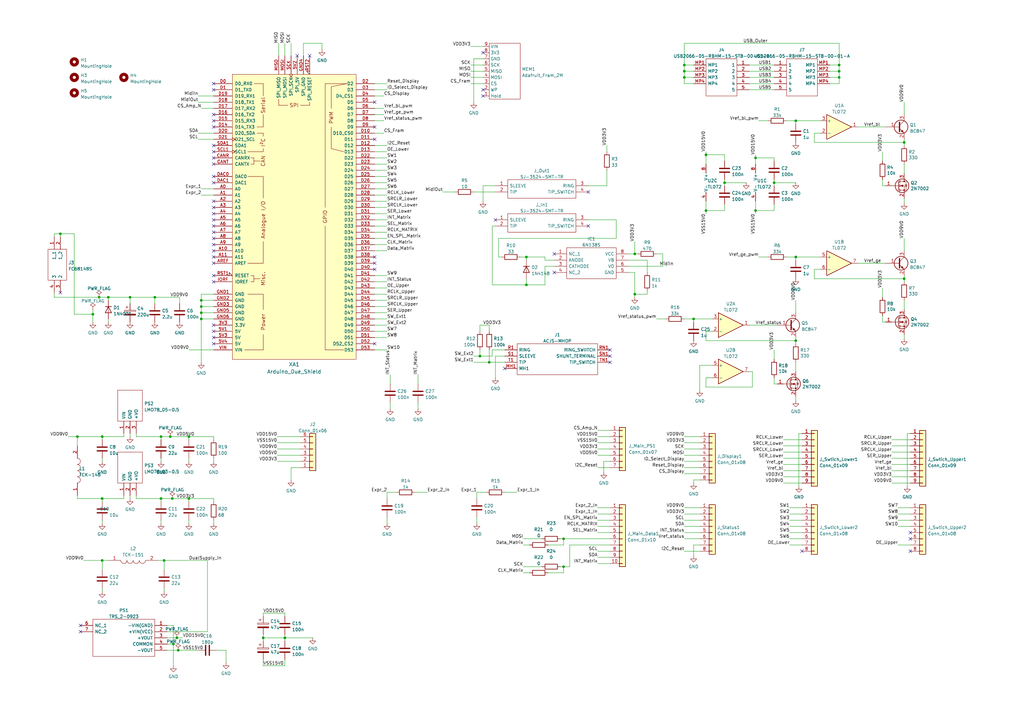
<source format=kicad_sch>
(kicad_sch (version 20211123) (generator eeschema)
  (paper "A3")
  (junction (at 231.14 220.98))
  (junction (at 200.66 148.59))
  (junction (at 231.14 232.41))
  (junction (at 41.91 229.87))
  (junction (at 38.1 128.905))
  (junction (at 82.55 130.81))
  (junction (at 344.17 31.75))
  (junction (at 53.34 121.92))
  (junction (at 70.6784 204.47))
  (junction (at 31.75 179.07))
  (junction (at 77.47 204.47))
  (junction (at 44.45 121.92))
  (junction (at 215.9 105.41))
  (junction (at 107.95 261.62))
  (junction (at 326.39 139.7))
  (junction (at 326.39 105.41))
  (junction (at 280.67 31.75))
  (junction (at 284.48 130.81))
  (junction (at 317.5 74.93))
  (junction (at 289.56 86.36))
  (junction (at 344.17 26.67))
  (junction (at 72.5477 261.62))
  (junction (at 66.04 179.07))
  (junction (at 69.85 179.07))
  (junction (at 260.35 120.65))
  (junction (at 71.12 264.16))
  (junction (at 77.47 179.07))
  (junction (at 82.55 128.27))
  (junction (at 297.18 74.93))
  (junction (at 289.56 63.5))
  (junction (at 280.67 26.67))
  (junction (at 41.91 179.07))
  (junction (at 370.84 114.3))
  (junction (at 67.31 229.87))
  (junction (at 63.5 121.92))
  (junction (at 370.84 58.42))
  (junction (at 66.04 204.47))
  (junction (at 73.1 266.7))
  (junction (at 116.84 261.62))
  (junction (at 82.55 123.19))
  (junction (at 309.88 64.77))
  (junction (at 40.64 121.92))
  (junction (at 215.9 116.84))
  (junction (at 196.85 146.05))
  (junction (at 309.88 86.36))
  (junction (at 326.39 49.53))
  (junction (at 344.17 29.21))
  (junction (at 41.91 204.47))
  (junction (at 24.765 95.885))
  (junction (at 280.67 29.21))
  (junction (at 82.55 125.73))
  (junction (at 260.35 104.14))
  (no_connect (at 153.67 107.95))
  (no_connect (at 33.02 256.54))
  (no_connect (at 33.02 259.08))
  (no_connect (at 373.38 226.06))
  (no_connect (at 24.765 120.015))
  (no_connect (at 241.3 78.74))
  (no_connect (at 87.63 59.69))
  (no_connect (at 87.63 62.23))
  (no_connect (at 121.92 22.86))
  (no_connect (at 227.33 104.14))
  (no_connect (at 227.33 111.76))
  (no_connect (at 207.01 151.13))
  (no_connect (at 250.19 148.59))
  (no_connect (at 250.19 146.05))
  (no_connect (at 250.19 143.51))
  (no_connect (at 87.63 64.77))
  (no_connect (at 87.63 67.31))
  (no_connect (at 153.67 110.49))
  (no_connect (at 198.12 36.83))
  (no_connect (at 241.3 92.71))
  (no_connect (at 328.93 226.06))
  (no_connect (at 373.38 220.98))
  (no_connect (at 373.38 218.44))
  (no_connect (at 127 22.86))
  (no_connect (at 87.63 135.89))
  (no_connect (at 87.63 138.43))
  (no_connect (at 87.63 140.97))
  (no_connect (at 153.67 105.41))
  (no_connect (at 153.67 140.97))
  (no_connect (at 198.12 39.37))
  (no_connect (at 198.12 21.59))
  (no_connect (at 87.63 133.35))
  (no_connect (at 203.2 90.17))
  (no_connect (at 87.63 36.83))
  (no_connect (at 87.63 46.99))
  (no_connect (at 87.63 49.53))
  (no_connect (at 87.63 52.07))
  (no_connect (at 87.63 74.93))
  (no_connect (at 87.63 34.29))
  (no_connect (at 87.63 72.39))
  (no_connect (at 87.63 115.57))
  (no_connect (at 87.63 113.03))
  (no_connect (at 87.63 107.95))
  (no_connect (at 87.63 105.41))
  (no_connect (at 87.63 102.87))
  (no_connect (at 87.63 87.63))
  (no_connect (at 87.63 92.71))
  (no_connect (at 87.63 95.25))
  (no_connect (at 87.63 90.17))
  (no_connect (at 87.63 85.09))
  (no_connect (at 87.63 82.55))
  (no_connect (at 87.63 100.33))
  (no_connect (at 87.63 97.79))
  (no_connect (at 153.67 41.91))
  (no_connect (at 153.67 57.15))
  (no_connect (at 153.67 52.07))
  (wire (pts (xy 297.18 83.82) (xy 297.18 86.36)))
  (wire (pts (xy 351.79 107.95) (xy 363.22 107.95)))
  (wire (pts (xy 340.36 31.75) (xy 344.17 31.75)))
  (wire (pts (xy 69.85 179.07) (xy 77.47 179.07)))
  (wire (pts (xy 372.11 199.39) (xy 372.11 177.8)))
  (wire (pts (xy 245.11 213.36) (xy 250.19 213.36)))
  (wire (pts (xy 309.88 86.36) (xy 309.88 87.63)))
  (wire (pts (xy 82.55 125.73) (xy 87.63 125.73)))
  (wire (pts (xy 158.75 201.93) (xy 162.56 201.93)))
  (wire (pts (xy 280.67 208.28) (xy 287.02 208.28)))
  (wire (pts (xy 107.95 273.05) (xy 116.84 273.05)))
  (wire (pts (xy 247.65 189.23) (xy 250.19 189.23)))
  (wire (pts (xy 280.67 31.75) (xy 284.48 31.75)))
  (wire (pts (xy 307.34 34.29) (xy 317.5 34.29)))
  (wire (pts (xy 271.78 104.14) (xy 269.24 104.14)))
  (wire (pts (xy 153.67 97.79) (xy 158.75 97.79)))
  (wire (pts (xy 119.38 191.77) (xy 119.38 196.85)))
  (wire (pts (xy 223.52 105.41) (xy 223.52 106.68)))
  (wire (pts (xy 248.92 59.69) (xy 248.92 62.23)))
  (wire (pts (xy 200.66 135.89) (xy 200.66 133.35)))
  (wire (pts (xy 116.84 251.46) (xy 116.84 252.73)))
  (wire (pts (xy 260.35 104.14) (xy 261.62 104.14)))
  (wire (pts (xy 153.67 62.23) (xy 158.75 62.23)))
  (wire (pts (xy 41.91 229.87) (xy 44.45 229.87)))
  (wire (pts (xy 72.5477 261.62) (xy 74.93 261.62)))
  (wire (pts (xy 370.84 113.03) (xy 370.84 114.3)))
  (wire (pts (xy 81.28 41.91) (xy 87.63 41.91)))
  (wire (pts (xy 44.45 121.92) (xy 53.34 121.92)))
  (wire (pts (xy 193.04 34.29) (xy 198.12 34.29)))
  (wire (pts (xy 245.11 228.6) (xy 250.19 228.6)))
  (wire (pts (xy 323.85 223.52) (xy 328.93 223.52)))
  (wire (pts (xy 317.5 86.36) (xy 309.88 86.36)))
  (wire (pts (xy 363.22 132.08) (xy 361.95 132.08)))
  (wire (pts (xy 171.45 165.1) (xy 171.45 167.64)))
  (wire (pts (xy 68.58 259.08) (xy 85.09 259.08)))
  (wire (pts (xy 257.81 109.22) (xy 271.78 109.22)))
  (wire (pts (xy 30.48 95.885) (xy 30.48 128.905)))
  (wire (pts (xy 66.04 204.47) (xy 66.04 205.74)))
  (wire (pts (xy 215.9 105.41) (xy 215.9 106.68)))
  (wire (pts (xy 289.56 82.55) (xy 289.56 86.36)))
  (wire (pts (xy 201.93 92.71) (xy 203.2 92.71)))
  (wire (pts (xy 317.5 66.04) (xy 317.5 64.77)))
  (wire (pts (xy 55.88 177.8) (xy 55.88 179.07)))
  (wire (pts (xy 326.39 105.41) (xy 336.55 105.41)))
  (wire (pts (xy 284.48 34.29) (xy 280.67 34.29)))
  (wire (pts (xy 245.11 215.9) (xy 250.19 215.9)))
  (wire (pts (xy 31.75 204.47) (xy 31.75 203.2)))
  (wire (pts (xy 153.67 59.69) (xy 158.75 59.69)))
  (wire (pts (xy 289.56 154.94) (xy 289.56 158.75)))
  (wire (pts (xy 158.75 123.19) (xy 153.67 123.19)))
  (wire (pts (xy 113.665 181.61) (xy 123.19 181.61)))
  (wire (pts (xy 30.48 95.885) (xy 24.765 95.885)))
  (wire (pts (xy 284.48 223.52) (xy 287.02 223.52)))
  (wire (pts (xy 116.84 261.62) (xy 116.84 262.89)))
  (wire (pts (xy 82.55 44.45) (xy 87.63 44.45)))
  (wire (pts (xy 373.38 213.36) (xy 368.3 213.36)))
  (wire (pts (xy 308.61 152.4) (xy 307.34 152.4)))
  (wire (pts (xy 257.81 104.14) (xy 260.35 104.14)))
  (wire (pts (xy 153.67 49.53) (xy 157.48 49.53)))
  (wire (pts (xy 41.91 229.87) (xy 41.91 233.68)))
  (wire (pts (xy 229.87 232.41) (xy 231.14 232.41)))
  (wire (pts (xy 77.47 143.51) (xy 87.63 143.51)))
  (wire (pts (xy 317.5 143.51) (xy 317.5 147.32)))
  (wire (pts (xy 81.28 54.61) (xy 87.63 54.61)))
  (wire (pts (xy 307.34 26.67) (xy 317.5 26.67)))
  (wire (pts (xy 340.36 26.67) (xy 344.17 26.67)))
  (wire (pts (xy 153.67 100.33) (xy 158.75 100.33)))
  (wire (pts (xy 68.58 256.54) (xy 71.12 256.54)))
  (wire (pts (xy 203.2 76.2) (xy 198.12 76.2)))
  (wire (pts (xy 82.55 120.65) (xy 87.63 120.65)))
  (wire (pts (xy 153.67 44.45) (xy 157.48 44.45)))
  (wire (pts (xy 203.2 154.94) (xy 203.2 146.05)))
  (wire (pts (xy 307.34 31.75) (xy 317.5 31.75)))
  (wire (pts (xy 158.75 87.63) (xy 153.67 87.63)))
  (wire (pts (xy 328.93 213.36) (xy 323.85 213.36)))
  (wire (pts (xy 77.47 179.07) (xy 77.47 180.34)))
  (wire (pts (xy 336.55 54.61) (xy 334.01 54.61)))
  (wire (pts (xy 289.56 139.7) (xy 289.56 135.89)))
  (wire (pts (xy 365.76 190.5) (xy 373.38 190.5)))
  (wire (pts (xy 158.75 120.65) (xy 153.67 120.65)))
  (wire (pts (xy 260.35 120.65) (xy 265.43 120.65)))
  (wire (pts (xy 365.76 185.42) (xy 373.38 185.42)))
  (wire (pts (xy 195.58 204.47) (xy 195.58 201.93)))
  (wire (pts (xy 370.84 137.16) (xy 370.84 138.938)))
  (wire (pts (xy 229.87 220.98) (xy 231.14 220.98)))
  (wire (pts (xy 38.1 132.08) (xy 38.1 128.905)))
  (wire (pts (xy 114.3 17.78) (xy 114.3 22.86)))
  (wire (pts (xy 321.31 185.42) (xy 328.93 185.42)))
  (wire (pts (xy 63.5 121.92) (xy 53.34 121.92)))
  (wire (pts (xy 317.5 74.93) (xy 317.5 76.2)))
  (wire (pts (xy 31.75 179.07) (xy 41.91 179.07)))
  (wire (pts (xy 223.52 116.84) (xy 215.9 116.84)))
  (wire (pts (xy 370.84 123.19) (xy 370.84 127)))
  (wire (pts (xy 77.47 187.96) (xy 77.47 189.23)))
  (wire (pts (xy 193.04 31.75) (xy 198.12 31.75)))
  (wire (pts (xy 153.67 133.35) (xy 158.75 133.35)))
  (wire (pts (xy 365.76 195.58) (xy 373.38 195.58)))
  (wire (pts (xy 368.3 223.52) (xy 373.38 223.52)))
  (wire (pts (xy 53.34 124.46) (xy 53.34 121.92)))
  (wire (pts (xy 82.55 148.59) (xy 82.55 130.81)))
  (wire (pts (xy 214.63 232.41) (xy 222.25 232.41)))
  (wire (pts (xy 231.14 232.41) (xy 233.68 232.41)))
  (wire (pts (xy 280.67 226.06) (xy 287.02 226.06)))
  (wire (pts (xy 224.79 234.95) (xy 231.14 234.95)))
  (wire (pts (xy 280.67 29.21) (xy 280.67 26.67)))
  (wire (pts (xy 231.14 223.52) (xy 231.14 220.98)))
  (wire (pts (xy 297.18 63.5) (xy 289.56 63.5)))
  (wire (pts (xy 289.56 63.5) (xy 289.56 67.31)))
  (wire (pts (xy 31.75 204.47) (xy 41.91 204.47)))
  (wire (pts (xy 373.38 210.82) (xy 368.3 210.82)))
  (wire (pts (xy 365.76 182.88) (xy 373.38 182.88)))
  (wire (pts (xy 308.61 158.75) (xy 308.61 152.4)))
  (wire (pts (xy 113.665 189.23) (xy 123.19 189.23)))
  (wire (pts (xy 153.67 138.43) (xy 158.75 138.43)))
  (wire (pts (xy 66.04 213.36) (xy 66.04 214.63)))
  (wire (pts (xy 334.01 54.61) (xy 334.01 58.42)))
  (wire (pts (xy 289.56 135.89) (xy 292.1 135.89)))
  (wire (pts (xy 158.75 85.09) (xy 153.67 85.09)))
  (wire (pts (xy 66.04 204.47) (xy 70.6784 204.47)))
  (wire (pts (xy 334.01 58.42) (xy 370.84 58.42)))
  (wire (pts (xy 113.665 184.15) (xy 123.19 184.15)))
  (wire (pts (xy 326.39 49.53) (xy 326.39 50.8)))
  (wire (pts (xy 317.5 83.82) (xy 317.5 86.36)))
  (wire (pts (xy 289.56 139.7) (xy 326.39 139.7)))
  (wire (pts (xy 195.58 212.09) (xy 195.58 214.63)))
  (wire (pts (xy 223.52 109.22) (xy 223.52 116.84)))
  (wire (pts (xy 311.15 49.53) (xy 314.96 49.53)))
  (wire (pts (xy 326.39 148.59) (xy 326.39 152.4)))
  (wire (pts (xy 200.66 133.35) (xy 196.85 133.35)))
  (wire (pts (xy 321.31 193.04) (xy 328.93 193.04)))
  (wire (pts (xy 245.11 218.44) (xy 250.19 218.44)))
  (wire (pts (xy 66.04 187.96) (xy 66.04 189.23)))
  (wire (pts (xy 40.64 121.92) (xy 44.45 121.92)))
  (wire (pts (xy 30.48 128.905) (xy 38.1 128.905)))
  (wire (pts (xy 328.93 220.98) (xy 323.85 220.98)))
  (wire (pts (xy 124.46 17.78) (xy 132.08 17.78)))
  (wire (pts (xy 247.65 189.23) (xy 247.65 193.675)))
  (wire (pts (xy 289.56 86.36) (xy 289.56 87.63)))
  (wire (pts (xy 215.9 116.84) (xy 201.93 116.84)))
  (wire (pts (xy 22.225 95.885) (xy 22.225 97.155)))
  (wire (pts (xy 24.765 95.885) (xy 22.225 95.885)))
  (wire (pts (xy 116.84 273.05) (xy 116.84 270.51)))
  (wire (pts (xy 201.93 146.05) (xy 201.93 143.51)))
  (wire (pts (xy 284.48 130.81) (xy 292.1 130.81)))
  (wire (pts (xy 245.11 176.53) (xy 250.19 176.53)))
  (wire (pts (xy 280.67 210.82) (xy 287.02 210.82)))
  (wire (pts (xy 201.93 143.51) (xy 207.01 143.51)))
  (wire (pts (xy 158.75 82.55) (xy 153.67 82.55)))
  (wire (pts (xy 196.85 143.51) (xy 196.85 146.05)))
  (wire (pts (xy 363.22 76.2) (xy 361.95 76.2)))
  (wire (pts (xy 119.38 17.78) (xy 119.38 22.86)))
  (wire (pts (xy 344.17 34.29) (xy 340.36 34.29)))
  (wire (pts (xy 107.95 261.62) (xy 107.95 262.89)))
  (wire (pts (xy 334.01 114.3) (xy 334.01 110.49)))
  (wire (pts (xy 241.3 90.17) (xy 252.73 90.17)))
  (wire (pts (xy 227.33 109.22) (xy 223.52 109.22)))
  (wire (pts (xy 370.84 81.28) (xy 370.84 83.312)))
  (wire (pts (xy 68.58 261.62) (xy 72.5477 261.62)))
  (wire (pts (xy 124.46 22.86) (xy 124.46 17.78)))
  (wire (pts (xy 245.11 179.07) (xy 250.19 179.07)))
  (wire (pts (xy 153.67 92.71) (xy 158.75 92.71)))
  (wire (pts (xy 193.04 19.05) (xy 198.12 19.05)))
  (wire (pts (xy 194.31 41.91) (xy 194.31 24.13)))
  (wire (pts (xy 204.47 97.79) (xy 252.73 97.79)))
  (wire (pts (xy 224.79 223.52) (xy 231.14 223.52)))
  (wire (pts (xy 280.67 31.75) (xy 280.67 29.21)))
  (wire (pts (xy 41.91 241.3) (xy 41.91 242.57)))
  (wire (pts (xy 53.34 203.2) (xy 53.34 204.47)))
  (wire (pts (xy 214.63 223.52) (xy 217.17 223.52)))
  (wire (pts (xy 280.67 215.9) (xy 287.02 215.9)))
  (wire (pts (xy 280.67 220.98) (xy 287.02 220.98)))
  (wire (pts (xy 116.84 261.62) (xy 128.27 261.62)))
  (wire (pts (xy 280.67 34.29) (xy 280.67 31.75)))
  (wire (pts (xy 334.01 114.3) (xy 370.84 114.3)))
  (wire (pts (xy 280.67 130.81) (xy 284.48 130.81)))
  (wire (pts (xy 309.88 82.55) (xy 309.88 86.36)))
  (wire (pts (xy 260.35 111.76) (xy 257.81 111.76)))
  (wire (pts (xy 344.17 26.67) (xy 344.17 29.21)))
  (wire (pts (xy 207.01 201.93) (xy 212.09 201.93)))
  (wire (pts (xy 321.31 187.96) (xy 328.93 187.96)))
  (wire (pts (xy 327.66 199.39) (xy 327.66 177.8)))
  (wire (pts (xy 170.18 201.93) (xy 175.26 201.93)))
  (wire (pts (xy 372.11 177.8) (xy 373.38 177.8)))
  (wire (pts (xy 201.93 92.71) (xy 201.93 116.84)))
  (wire (pts (xy 41.91 187.96) (xy 41.91 189.23)))
  (wire (pts (xy 87.63 205.74) (xy 87.63 204.47)))
  (wire (pts (xy 373.38 215.9) (xy 368.3 215.9)))
  (wire (pts (xy 107.95 251.46) (xy 116.84 251.46)))
  (wire (pts (xy 204.47 105.41) (xy 205.74 105.41)))
  (wire (pts (xy 193.04 29.21) (xy 198.12 29.21)))
  (wire (pts (xy 181.61 78.74) (xy 186.69 78.74)))
  (wire (pts (xy 344.17 31.75) (xy 344.17 34.29)))
  (wire (pts (xy 265.43 119.38) (xy 265.43 120.65)))
  (wire (pts (xy 41.91 213.36) (xy 41.91 214.63)))
  (wire (pts (xy 153.67 64.77) (xy 158.75 64.77)))
  (wire (pts (xy 82.55 130.81) (xy 87.63 130.81)))
  (wire (pts (xy 245.11 231.14) (xy 250.19 231.14)))
  (wire (pts (xy 107.95 260.35) (xy 107.95 261.62)))
  (wire (pts (xy 231.14 232.41) (xy 231.14 234.95)))
  (wire (pts (xy 194.31 148.59) (xy 200.66 148.59)))
  (wire (pts (xy 153.67 77.47) (xy 158.75 77.47)))
  (wire (pts (xy 55.88 203.2) (xy 55.88 204.47)))
  (wire (pts (xy 68.58 264.16) (xy 71.12 264.16)))
  (wire (pts (xy 292.1 149.86) (xy 287.02 149.86)))
  (wire (pts (xy 280.67 189.23) (xy 287.02 189.23)))
  (wire (pts (xy 158.75 36.83) (xy 153.67 36.83)))
  (wire (pts (xy 334.01 110.49) (xy 336.55 110.49)))
  (wire (pts (xy 307.34 29.21) (xy 317.5 29.21)))
  (wire (pts (xy 87.63 187.96) (xy 87.63 189.23)))
  (wire (pts (xy 370.84 114.3) (xy 370.84 115.57)))
  (wire (pts (xy 284.48 223.52) (xy 284.48 227.965)))
  (wire (pts (xy 63.5 124.46) (xy 63.5 121.92)))
  (wire (pts (xy 297.18 73.66) (xy 297.18 74.93)))
  (wire (pts (xy 214.63 220.98) (xy 222.25 220.98)))
  (wire (pts (xy 365.76 193.04) (xy 373.38 193.04)))
  (wire (pts (xy 245.11 210.82) (xy 250.19 210.82)))
  (wire (pts (xy 55.88 204.47) (xy 66.04 204.47)))
  (wire (pts (xy 88.9 266.7) (xy 92.71 266.7)))
  (wire (pts (xy 73.66 124.46) (xy 73.66 121.92)))
  (wire (pts (xy 66.04 179.07) (xy 66.04 180.34)))
  (wire (pts (xy 85.09 259.08) (xy 85.09 229.87)))
  (wire (pts (xy 280.67 184.15) (xy 287.02 184.15)))
  (wire (pts (xy 321.31 182.88) (xy 328.93 182.88)))
  (wire (pts (xy 158.75 212.09) (xy 158.75 214.63)))
  (wire (pts (xy 92.71 266.7) (xy 92.71 271.78)))
  (wire (pts (xy 200.66 143.51) (xy 200.66 148.59)))
  (wire (pts (xy 82.55 130.81) (xy 82.55 128.27)))
  (wire (pts (xy 82.55 77.47) (xy 87.63 77.47)))
  (wire (pts (xy 153.67 67.31) (xy 158.75 67.31)))
  (wire (pts (xy 153.67 102.87) (xy 158.75 102.87)))
  (wire (pts (xy 153.67 143.51) (xy 158.75 143.51)))
  (wire (pts (xy 34.29 229.87) (xy 41.91 229.87)))
  (wire (pts (xy 280.67 181.61) (xy 287.02 181.61)))
  (wire (pts (xy 351.79 52.07) (xy 363.22 52.07)))
  (wire (pts (xy 113.665 186.69) (xy 123.19 186.69)))
  (wire (pts (xy 73.66 121.92) (xy 63.5 121.92)))
  (wire (pts (xy 370.84 41.91) (xy 370.84 46.99)))
  (wire (pts (xy 107.95 270.51) (xy 107.95 273.05)))
  (wire (pts (xy 50.8 203.2) (xy 50.8 204.47)))
  (wire (pts (xy 66.04 179.07) (xy 69.85 179.07)))
  (wire (pts (xy 195.58 201.93) (xy 199.39 201.93)))
  (wire (pts (xy 344.17 17.78) (xy 344.17 26.67)))
  (wire (pts (xy 284.48 130.81) (xy 284.48 132.08)))
  (wire (pts (xy 361.95 118.11) (xy 361.95 121.92)))
  (wire (pts (xy 68.58 266.7) (xy 73.1 266.7)))
  (wire (pts (xy 24.765 95.885) (xy 24.765 97.155)))
  (wire (pts (xy 269.24 130.81) (xy 273.05 130.81)))
  (wire (pts (xy 322.58 105.41) (xy 326.39 105.41)))
  (wire (pts (xy 31.75 179.07) (xy 31.75 182.88)))
  (wire (pts (xy 231.14 220.98) (xy 250.19 220.98)))
  (wire (pts (xy 158.75 128.27) (xy 153.67 128.27)))
  (wire (pts (xy 116.84 260.35) (xy 116.84 261.62)))
  (wire (pts (xy 41.91 204.47) (xy 50.8 204.47)))
  (wire (pts (xy 194.31 24.13) (xy 198.12 24.13)))
  (wire (pts (xy 158.75 34.29) (xy 153.67 34.29)))
  (wire (pts (xy 67.31 241.3) (xy 67.31 242.57)))
  (wire (pts (xy 287.02 149.86) (xy 287.02 160.02)))
  (wire (pts (xy 328.93 215.9) (xy 323.85 215.9)))
  (wire (pts (xy 265.43 106.68) (xy 257.81 106.68)))
  (wire (pts (xy 284.48 196.85) (xy 284.48 198.12)))
  (wire (pts (xy 160.02 153.67) (xy 160.02 157.48)))
  (wire (pts (xy 292.1 154.94) (xy 289.56 154.94)))
  (wire (pts (xy 260.35 121.92) (xy 260.35 120.65)))
  (wire (pts (xy 245.11 208.28) (xy 250.19 208.28)))
  (wire (pts (xy 370.84 57.15) (xy 370.84 58.42)))
  (wire (pts (xy 77.47 179.07) (xy 87.63 179.07)))
  (wire (pts (xy 158.75 90.17) (xy 153.67 90.17)))
  (wire (pts (xy 245.11 186.69) (xy 250.19 186.69)))
  (wire (pts (xy 153.67 46.99) (xy 157.48 46.99)))
  (wire (pts (xy 280.67 186.69) (xy 287.02 186.69)))
  (wire (pts (xy 326.39 105.41) (xy 326.39 106.68)))
  (wire (pts (xy 194.31 78.74) (xy 203.2 78.74)))
  (wire (pts (xy 204.47 105.41) (xy 204.47 97.79)))
  (wire (pts (xy 280.67 26.67) (xy 284.48 26.67)))
  (wire (pts (xy 73.1 266.7) (xy 81.28 266.7)))
  (wire (pts (xy 223.52 106.68) (xy 227.33 106.68)))
  (wire (pts (xy 200.66 148.59) (xy 207.01 148.59)))
  (wire (pts (xy 194.31 146.05) (xy 196.85 146.05)))
  (wire (pts (xy 71.12 256.54) (xy 71.12 264.16)))
  (wire (pts (xy 132.08 17.78) (xy 132.08 20.32)))
  (wire (pts (xy 309.88 64.77) (xy 309.88 67.31)))
  (wire (pts (xy 153.67 130.81) (xy 158.75 130.81)))
  (wire (pts (xy 326.39 49.53) (xy 336.55 49.53)))
  (wire (pts (xy 365.76 180.34) (xy 373.38 180.34)))
  (wire (pts (xy 44.45 121.92) (xy 44.45 123.19)))
  (wire (pts (xy 297.18 74.93) (xy 297.18 76.2)))
  (wire (pts (xy 280.67 191.77) (xy 287.02 191.77)))
  (wire (pts (xy 41.91 179.07) (xy 50.8 179.07)))
  (wire (pts (xy 153.67 74.93) (xy 158.75 74.93)))
  (wire (pts (xy 297.18 86.36) (xy 289.56 86.36)))
  (wire (pts (xy 361.95 132.08) (xy 361.95 129.54)))
  (wire (pts (xy 53.34 177.8) (xy 53.34 179.07)))
  (wire (pts (xy 260.35 120.65) (xy 260.35 111.76)))
  (wire (pts (xy 328.93 218.44) (xy 323.85 218.44)))
  (wire (pts (xy 81.28 57.15) (xy 87.63 57.15)))
  (wire (pts (xy 116.84 17.78) (xy 116.84 22.86)))
  (wire (pts (xy 280.67 218.44) (xy 287.02 218.44)))
  (wire (pts (xy 318.77 157.48) (xy 317.5 157.48)))
  (wire (pts (xy 297.18 63.5) (xy 297.18 66.04)))
  (wire (pts (xy 41.91 179.07) (xy 41.91 180.34)))
  (wire (pts (xy 27.94 179.07) (xy 31.75 179.07)))
  (wire (pts (xy 361.95 76.2) (xy 361.95 73.66)))
  (wire (pts (xy 153.67 135.89) (xy 158.75 135.89)))
  (wire (pts (xy 289.56 158.75) (xy 308.61 158.75)))
  (wire (pts (xy 64.77 229.87) (xy 67.31 229.87)))
  (wire (pts (xy 67.31 229.87) (xy 67.31 233.68)))
  (wire (pts (xy 153.67 113.03) (xy 158.75 113.03)))
  (wire (pts (xy 344.17 29.21) (xy 344.17 31.75)))
  (wire (pts (xy 22.225 121.92) (xy 40.64 121.92)))
  (wire (pts (xy 373.38 208.28) (xy 368.3 208.28)))
  (wire (pts (xy 307.34 36.83) (xy 317.5 36.83)))
  (wire (pts (xy 50.8 177.8) (xy 50.8 179.07)))
  (wire (pts (xy 265.43 111.76) (xy 265.43 106.68)))
  (wire (pts (xy 213.36 105.41) (xy 215.9 105.41)))
  (wire (pts (xy 280.67 179.07) (xy 287.02 179.07)))
  (wire (pts (xy 107.95 261.62) (xy 116.84 261.62)))
  (wire (pts (xy 326.39 162.56) (xy 326.39 164.338)))
  (wire (pts (xy 77.47 205.74) (xy 77.47 204.47)))
  (wire (pts (xy 271.78 109.22) (xy 271.78 104.14)))
  (wire (pts (xy 71.12 264.16) (xy 71.12 273.05)))
  (wire (pts (xy 326.39 123.19) (xy 326.39 128.27)))
  (wire (pts (xy 153.67 39.37) (xy 157.48 39.37)))
  (wire (pts (xy 215.9 105.41) (xy 223.52 105.41)))
  (wire (pts (xy 327.66 177.8) (xy 328.93 177.8)))
  (wire (pts (xy 260.35 99.06) (xy 260.35 104.14)))
  (wire (pts (xy 158.75 118.11) (xy 153.67 118.11)))
  (wire (pts (xy 326.39 139.7) (xy 326.39 140.97)))
  (wire (pts (xy 233.68 232.41) (xy 233.68 223.52)))
  (wire (pts (xy 245.11 181.61) (xy 250.19 181.61)))
  (wire (pts (xy 248.92 69.85) (xy 248.92 76.2)))
  (wire (pts (xy 153.67 54.61) (xy 157.48 54.61)))
  (wire (pts (xy 321.31 180.34) (xy 328.93 180.34)))
  (wire (pts (xy 81.28 39.37) (xy 87.63 39.37)))
  (wire (pts (xy 158.75 204.47) (xy 158.75 201.93)))
  (wire (pts (xy 82.55 128.27) (xy 87.63 128.27)))
  (wire (pts (xy 328.93 208.28) (xy 323.85 208.28)))
  (wire (pts (xy 309.88 63.5) (xy 309.88 64.77)))
  (wire (pts (xy 284.48 196.85) (xy 287.02 196.85)))
  (wire (pts (xy 241.3 76.2) (xy 248.92 76.2)))
  (wire (pts (xy 203.2 146.05) (xy 207.01 146.05)))
  (wire (pts (xy 328.93 210.82) (xy 323.85 210.82)))
  (wire (pts (xy 196.85 146.05) (xy 201.93 146.05)))
  (wire (pts (xy 321.31 198.12) (xy 328.93 198.12)))
  (wire (pts (xy 87.63 213.36) (xy 87.63 214.63)))
  (wire (pts (xy 245.11 226.06) (xy 250.19 226.06)))
  (wire (pts (xy 158.75 125.73) (xy 153.67 125.73)))
  (wire (pts (xy 87.63 204.47) (xy 77.47 204.47)))
  (wire (pts (xy 215.9 116.84) (xy 215.9 114.3)))
  (wire (pts (xy 280.67 213.36) (xy 287.02 213.36)))
  (wire (pts (xy 214.63 234.95) (xy 217.17 234.95)))
  (wire (pts (xy 321.31 195.58) (xy 328.93 195.58)))
  (wire (pts (xy 233.68 223.52) (xy 250.19 223.52)))
  (wire (pts (xy 67.31 229.87) (xy 85.09 229.87)))
  (wire (pts (xy 322.58 49.53) (xy 326.39 49.53)))
  (wire (pts (xy 82.55 128.27) (xy 82.55 125.73)))
  (wire (pts (xy 297.18 74.93) (xy 306.07 74.93)))
  (wire (pts (xy 153.67 95.25) (xy 158.75 95.25)))
  (wire (pts (xy 158.75 115.57) (xy 153.67 115.57)))
  (wire (pts (xy 41.91 204.47) (xy 41.91 205.74)))
  (wire (pts (xy 289.56 62.23) (xy 289.56 63.5)))
  (wire (pts (xy 307.34 133.35) (xy 318.77 133.35)))
  (wire (pts (xy 311.15 105.41) (xy 314.96 105.41)))
  (wire (pts (xy 82.55 123.19) (xy 82.55 120.65)))
  (wire (pts (xy 196.85 133.35) (xy 196.85 135.89)))
  (wire (pts (xy 280.67 26.67) (xy 280.67 17.78)))
  (wire (pts (xy 55.88 179.07) (xy 66.04 179.07)))
  (wire (pts (xy 365.76 198.12) (xy 373.38 198.12)))
  (wire (pts (xy 193.04 26.67) (xy 198.12 26.67)))
  (wire (pts (xy 82.55 123.19) (xy 87.63 123.19)))
  (wire (pts (xy 82.55 125.73) (xy 82.55 123.19)))
  (wire (pts (xy 160.02 165.1) (xy 160.02 167.64)))
  (wire (pts (xy 370.84 67.31) (xy 370.84 71.12)))
  (wire (pts (xy 82.55 80.01) (xy 87.63 80.01)))
  (wire (pts (xy 119.38 191.77) (xy 123.19 191.77)))
  (wire (pts (xy 158.75 80.01) (xy 153.67 80.01)))
  (wire (pts (xy 280.67 194.31) (xy 287.02 194.31)))
  (wire (pts (xy 317.5 74.93) (xy 326.39 74.93)))
  (wire (pts (xy 113.665 179.07) (xy 123.19 179.07)))
  (wire (pts (xy 252.73 90.17) (xy 252.73 97.79)))
  (wire (pts (xy 317.5 73.66) (xy 317.5 74.93)))
  (wire (pts (xy 245.11 191.77) (xy 250.19 191.77)))
  (wire (pts (xy 280.67 17.78) (xy 344.17 17.78)))
  (wire (pts (xy 153.67 72.39) (xy 158.75 72.39)))
  (wire (pts (xy 245.11 184.15) (xy 250.19 184.15)))
  (wire (pts (xy 280.67 29.21) (xy 284.48 29.21)))
  (wire (pts (xy 87.63 180.34) (xy 87.63 179.07)))
  (wire (pts (xy 153.67 69.85) (xy 158.75 69.85)))
  (wire (pts (xy 198.12 76.2) (xy 198.12 82.55)))
  (wire (pts (xy 70.6784 204.47) (xy 77.47 204.47)))
  (wire (pts (xy 317.5 157.48) (xy 317.5 154.94)))
  (wire (pts (xy 361.95 62.23) (xy 361.95 66.04)))
  (wire (pts (xy 321.31 190.5) (xy 328.93 190.5)))
  (wire (pts (xy 38.1 128.905) (xy 38.1 127)))
  (wire (pts (xy 107.95 252.73) (xy 107.95 251.46)))
  (wire (pts (xy 326.39 138.43) (xy 326.39 139.7)))
  (wire (pts (xy 22.225 120.015) (xy 22.225 121.92)))
  (wire (pts (xy 370.84 97.79) (xy 370.84 102.87)))
  (wire (pts (xy 44.45 130.81) (xy 44.45 132.08)))
  (wire (pts (xy 317.5 64.77) (xy 309.88 64.77)))
  (wire (pts (xy 171.45 153.67) (xy 171.45 157.48)))
  (wire (pts (xy 365.76 187.96) (xy 373.38 187.96)))
  (wire (pts (xy 77.47 213.36) (xy 77.47 214.63)))
  (wire (pts (xy 370.84 58.42) (xy 370.84 59.69)))
  (wire (pts (xy 340.36 29.21) (xy 344.17 29.21)))
  (label "VDD3V3" (at 365.76 195.58 180))
  (label "Data_Matrix" (at 214.63 223.52 180))
  (label "VDD3V3" (at 193.04 19.05 180))
  (label "CS_Fram" (at 157.48 54.61 0))
  (label "VDD3V3" (at 321.31 195.58 180))
  (label "VDD9V0" (at 326.39 123.19 90))
  (label "USB4" (at 311.15 34.29 0))
  (label "Vref_status" (at 280.67 220.98 180))
  (label "VDD3V3" (at 361.95 118.11 90))
  (label "VDD9V0" (at 365.76 198.12 180))
  (label "INT_Status" (at 280.67 218.44 180))
  (label "MidiIn" (at 270.51 109.22 0))
  (label "VDD9V0" (at 77.47 143.51 180))
  (label "VDD3V3" (at 245.11 184.15 180))
  (label "USB5" (at 311.15 36.83 0))
  (label "VSS15V0" (at 309.88 87.63 270))
  (label "VDD9V0" (at 69.85 121.92 0))
  (label "Expr_1_In" (at 245.11 210.82 180))
  (label "SW1" (at 323.85 208.28 180))
  (label "Expr_1" (at 195.58 201.93 180))
  (label "I2C_Reset" (at 245.11 191.77 180))
  (label "Expr_2" (at 82.55 80.01 180))
  (label "SW3" (at 323.85 213.36 180))
  (label "SW2" (at 323.85 210.82 180))
  (label "MISO" (at 114.3 17.78 90))
  (label "SW7" (at 368.3 208.28 180))
  (label "VDD15V0" (at 289.56 62.23 90))
  (label "VDD5V0" (at 72.39 179.07 0))
  (label "MidiOut" (at 181.61 78.74 180))
  (label "SCL" (at 81.28 57.15 180))
  (label "SER_Lower" (at 321.31 187.96 180))
  (label "I2C_Reset" (at 280.67 226.06 180))
  (label "SDA" (at 245.11 228.6 180))
  (label "Vref_ge" (at 354.33 107.95 0))
  (label "Vref_status_pwm" (at 157.48 49.53 0))
  (label "VSS15V0" (at 107.95 273.05 0))
  (label "INT_Matrix" (at 245.11 231.14 180))
  (label "VSS15V0" (at 113.665 181.61 180))
  (label "SCK" (at 193.04 26.67 180))
  (label "SW7" (at 158.75 135.89 0))
  (label "USB2" (at 311.15 29.21 0))
  (label "INT_Matrix" (at 158.75 90.17 0))
  (label "EN_SPL_Matrix" (at 158.75 97.79 0))
  (label "RCLK_MATRIX" (at 245.11 215.9 180))
  (label "SRCLR_Lower" (at 321.31 182.88 180))
  (label "Reset_Display" (at 158.75 34.29 0))
  (label "SRCLR_Lower" (at 158.75 82.55 0))
  (label "USB_Outer" (at 304.8 17.78 0))
  (label "SW2" (at 158.75 67.31 0))
  (label "VDD3V3" (at 248.92 59.69 90))
  (label "OE_Upper" (at 368.3 223.52 180))
  (label "MOSI" (at 193.04 31.75 180))
  (label "INT_Status" (at 160.02 153.67 90))
  (label "SER_Lower" (at 158.75 87.63 0))
  (label "Vref_status" (at 309.88 133.35 0))
  (label "SW4" (at 158.75 72.39 0))
  (label "SER_Upper" (at 365.76 187.96 180))
  (label "Vref_ge_pwm" (at 311.15 105.41 180))
  (label "SW8" (at 158.75 138.43 0))
  (label "SW1" (at 158.75 64.77 0))
  (label "VDD3V3" (at 198.12 133.35 0))
  (label "MOSI" (at 214.63 220.98 180))
  (label "Vref_bl" (at 354.33 52.07 0))
  (label "OE_Lower" (at 158.75 62.23 0))
  (label "SCK" (at 214.63 232.41 180))
  (label "OE_Upper" (at 158.75 118.11 0))
  (label "VDD15V0" (at 113.665 179.07 180))
  (label "VDD15V0" (at 107.95 251.46 0))
  (label "MidiOut" (at 81.28 41.91 180))
  (label "VDD3V3" (at 260.35 99.06 90))
  (label "CS_Amp_N" (at 245.11 176.53 180))
  (label "VDD9V0" (at 370.84 97.79 90))
  (label "SW_Ext2" (at 194.31 146.05 180))
  (label "Vref_bl_pwm" (at 311.15 49.53 180))
  (label "SDA" (at 81.28 54.61 180))
  (label "DualSupply_In" (at 77.47 229.87 0))
  (label "CS_Display" (at 157.48 39.37 0))
  (label "SW_Ext2" (at 158.75 133.35 0))
  (label "VSS15V0" (at 289.56 87.63 270))
  (label "RCLK_Lower" (at 321.31 180.34 180))
  (label "I2C_Reset" (at 158.75 59.69 0))
  (label "SW_Ext1" (at 158.75 130.81 0))
  (label "RCLK_Lower" (at 158.75 80.01 0))
  (label "SER_Upper" (at 158.75 128.27 0))
  (label "VDD9V0" (at 34.29 229.87 180))
  (label "RCLK_MATRIX" (at 158.75 95.25 0))
  (label "VDD5V0" (at 245.11 186.69 180))
  (label "VDD5V0" (at 113.665 186.69 180))
  (label "SCK" (at 280.67 184.15 180))
  (label "SCL" (at 245.11 226.06 180))
  (label "VDD9V0" (at 27.94 179.07 180))
  (label "SW5" (at 323.85 218.44 180))
  (label "EN_SPL_Matrix" (at 245.11 213.36 180))
  (label "MOSI" (at 280.67 186.69 180))
  (label "VDD9V0" (at 321.31 198.12 180))
  (label "SW6" (at 158.75 77.47 0))
  (label "VDD9V0" (at 280.67 208.28 180))
  (label "Expr_2_In" (at 245.11 208.28 180))
  (label "SW4" (at 323.85 215.9 180))
  (label "CS_Fram" (at 193.04 34.29 180))
  (label "SRCLK_Lower" (at 321.31 185.42 180))
  (label "CS_Display" (at 280.67 194.31 180))
  (label "VDD3V3" (at 317.5 143.51 90))
  (label "VDD15V0" (at 309.88 63.5 90))
  (label "ID_Select_Display" (at 158.75 36.83 0))
  (label "SRCLR_Upper" (at 158.75 123.19 0))
  (label "SW6" (at 323.85 220.98 180))
  (label "SW9" (at 368.3 213.36 180))
  (label "ID_Select_Display" (at 280.67 189.23 180))
  (label "VDD9V0" (at 113.665 184.15 180))
  (label "SCL" (at 280.67 213.36 180))
  (label "SW9" (at 158.75 113.03 0))
  (label "SDA" (at 280.67 215.9 180))
  (label "VDD3V3" (at 280.67 210.82 180))
  (label "VDD15V0" (at 245.11 179.07 180))
  (label "SW10" (at 368.3 215.9 180))
  (label "SW3" (at 158.75 69.85 0))
  (label "Vref_bl" (at 365.76 193.04 180))
  (label "Expr_2_In" (at 175.26 201.93 0))
  (label "Reset_Display" (at 280.67 191.77 180))
  (label "Vref_status_pwm" (at 269.24 130.81 180))
  (label "MISO" (at 193.04 29.21 180))
  (label "VSS15V0" (at 245.11 181.61 180))
  (label "SW10" (at 158.75 143.51 0))
  (label "OE_Lower" (at 323.85 223.52 180))
  (label "SRCLK_Upper" (at 365.76 185.42 180))
  (label "SCK" (at 119.38 17.78 90))
  (label "Vref_ge_pwm" (at 157.48 46.99 0))
  (label "CLK_Matrix" (at 214.63 234.95 180))
  (label "MOSI" (at 116.84 17.78 90))
  (label "VDD9V0" (at 280.67 179.07 180))
  (label "Expr_1_In" (at 212.09 201.93 0))
  (label "USB1" (at 311.15 26.67 0))
  (label "Expr_1" (at 82.55 77.47 180))
  (label "SRCLR_Upper" (at 365.76 182.88 180))
  (label "SW8" (at 368.3 210.82 180))
  (label "VDD3V3" (at 280.67 181.61 180))
  (label "SEL_Matrix" (at 158.75 92.71 0))
  (label "Vref_bl" (at 321.31 193.04 180))
  (label "RCLK_Upper" (at 158.75 120.65 0))
  (label "Vref_ge" (at 365.76 190.5 180))
  (label "SEL_Matrix" (at 245.11 218.44 180))
  (label "VSS15V0" (at 74.93 266.7 0))
  (label "SRCLK_Lower" (at 158.75 85.09 0))
  (label "Data_Matrix" (at 158.75 102.87 0))
  (label "CLK_Matrix" (at 158.75 100.33 0))
  (label "SW5" (at 158.75 74.93 0))
  (label "Vref_bl_pwm" (at 157.48 44.45 0))
  (label "VDD3V3" (at 72.39 204.47 0))
  (label "VDD15V0" (at 74.93 261.62 0))
  (label "SW_Ext1" (at 194.31 148.59 180))
  (label "USB3" (at 311.15 31.75 0))
  (label "Expr_2" (at 158.75 201.93 180))
  (label "VDD3V3" (at 361.95 62.23 90))
  (label "Vref_ge" (at 321.31 190.5 180))
  (label "VDD3V3" (at 113.665 189.23 180))
  (label "CS_Amp_N" (at 82.55 44.45 180))
  (label "MidiIn" (at 81.28 39.37 180))
  (label "INT_Status" (at 158.75 115.57 0))
  (label "RCLK_Upper" (at 365.76 180.34 180))
  (label "INT_Matrix" (at 171.45 153.67 90))
  (label "VDD9V0" (at 370.84 41.91 90))
  (label "SRCLK_Upper" (at 158.75 125.73 0))
  (symbol (lib_id "Device:C") (at 41.91 209.55 0) (unit 1)
    (property "Reference" "C10" (at 44.831 208.7153 0) (effects (justify right)))
    (property "Value" "10u" (at 44.831 211.2522 0) (effects (justify left)))
    (property "Footprint" "Capacitor_SMD:C_1206_3216Metric_Pad1.33x1.80mm_HandSolder" (effects hide))
  )
  (symbol (lib_id "Device:R") (at 318.77 105.41 90) (unit 1)
    (property "Reference" "R6" (at 318.77 100.6942 90))
    (property "Value" "33k" (at 318.77 103.2311 90))
    (property "Footprint" "Resistor_SMD:R_1206_3216Metric_Pad1.30x1.75mm_HandSolder" (effects hide))
  )
  (symbol (lib_id "power:PWR_FLAG") (at 69.85 179.07 0) (unit 1)
    (property "Reference" "#FLG0103" (effects hide))
    (property "Value" "PWR_FLAG" (at 69.85 175.4942 0))
  )
  (symbol (lib_id "Device:R") (at 370.84 119.38 0) (unit 1)
    (property "Reference" "R7" (at 372.618 118.2116 0) (effects (justify left)))
    (property "Value" "330" (at 372.618 120.523 0) (effects (justify left)))
    (property "Footprint" "Resistor_SMD:R_1206_3216Metric_Pad1.30x1.75mm_HandSolder" (effects hide))
  )
  (symbol (lib_id "Diode:1N4148") (at 215.9 110.49 270) (unit 1)
    (property "Reference" "D2" (at 217.932 109.6553 90) (effects (justify left)))
    (property "Value" "1N4148" (at 217.932 112.1922 90) (effects (justify left)))
    (property "Footprint" "Diode_SMD:D_SOD-123" (effects hide))
    (property "Datasheet" "https://assets.nexperia.com/documents/data-sheet/1N4148_1N4448.pdf" (effects hide))
  )
  (symbol (lib_id "Device:R") (at 87.63 184.15 0) (unit 1)
    (property "Reference" "R19" (at 89.408 183.3153 0) (effects (justify left)))
    (property "Value" "100" (at 89.408 185.8522 0) (effects (justify left)))
    (property "Footprint" "Resistor_THT:R_Axial_DIN0414_L11.9mm_D4.5mm_P15.24mm_Horizontal" (effects hide))
  )
  (symbol (lib_id "Connector_Generic:Conn_01x08") (at 292.1 186.69 0) (unit 1)
    (property "Reference" "J_Display1" (at 294.132 187.1253 0) (effects (justify left)))
    (property "Value" "Conn_01x08" (at 294.132 189.6622 0) (effects (justify left)))
    (property "Footprint" "Connector_JST:JST_PH_B8B-PH-K_1x08_P2.00mm_Vertical" (effects hide))
  )
  (symbol (lib_id "power:GND") (at 372.11 199.39 0) (unit 1)
    (property "Reference" "#PWR030" (effects hide))
    (property "Value" "GND" (at 372.11 203.8334 0))
  )
  (symbol (lib_id "Amplifier_Operational:TL072") (at 312.42 74.93 0) (unit 3)
    (property "Reference" "U1" (at 310.515 74.0953 0) (effects (justify left)))
    (property "Value" "TL072" (at 310.515 76.6322 0) (effects (justify left)))
    (property "Footprint" "SamacSys_Parts:SOIC127P600X175-8N" (effects hide))
    (property "Datasheet" "http://www.ti.com/lit/ds/symlink/tl071.pdf" (effects hide))
  )
  (symbol (lib_id "power:GND") (at 194.31 41.91 0) (unit 1)
    (property "Reference" "#PWR06" (effects hide))
    (property "Value" "GND" (at 194.31 46.3534 0))
  )
  (symbol (lib_id "Device:R") (at 265.43 104.14 90) (unit 1)
    (property "Reference" "R9" (at 265.43 99.4242 90))
    (property "Value" "470" (at 265.43 101.9611 90))
    (property "Footprint" "Resistor_SMD:R_1206_3216Metric_Pad1.30x1.75mm_HandSolder" (effects hide))
  )
  (symbol (lib_id "SamacSys_Parts:TCK-151") (at 44.45 229.87 0) (unit 1)
    (property "Reference" "L2" (at 54.61 225.0008 0))
    (property "Value" "TCK-151" (at 54.61 227.5377 0))
    (property "Footprint" "SamacSys_Parts:TCK151" (effects hide))
    (property "Datasheet" "https://altium.componentsearchengine.com/Datasheets/1/TCK-151.pdf" (effects hide))
    (property "Description" "Fixed Inductors Inductor 4.7uH 1.2A 140mOhm" (effects hide))
    (property "Height" "2.6" (effects hide))
    (property "Manufacturer_Name" "Traco Power" (effects hide))
    (property "Manufacturer_Part_Number" "TCK-151" (effects hide))
    (property "Mouser Part Number" "495-TCK-151" (effects hide))
    (property "Mouser Price/Stock" "https://www.mouser.co.uk/ProductDetail/TRACO-Power/TCK-151?qs=r5DSvlrkXmLbmcys%252BIu%252BuA%3D%3D" (effects hide))
  )
  (symbol (lib_id "power:GND") (at 284.48 198.12 0) (unit 1)
    (property "Reference" "#PWR028" (effects hide))
    (property "Value" "GND" (at 284.48 202.5634 0))
  )
  (symbol (lib_id "Device:R") (at 248.92 66.04 0) (unit 1)
    (property "Reference" "R3" (at 250.698 65.2053 0) (effects (justify left)))
    (property "Value" "33" (at 250.698 67.7422 0) (effects (justify left)))
    (property "Footprint" "Resistor_SMD:R_1206_3216Metric_Pad1.30x1.75mm_HandSolder" (effects hide))
  )
  (symbol (lib_id "Device:R") (at 370.84 63.5 0) (unit 1)
    (property "Reference" "R2" (at 372.618 62.3316 0) (effects (justify left)))
    (property "Value" "330" (at 372.618 64.643 0) (effects (justify left)))
    (property "Footprint" "Resistor_SMD:R_1206_3216Metric_Pad1.30x1.75mm_HandSolder" (effects hide))
  )
  (symbol (lib_id "Device:R") (at 317.5 151.13 0) (unit 1)
    (property "Reference" "R18" (at 319.278 149.9616 0) (effects (justify left)))
    (property "Value" "10k" (at 319.278 152.273 0) (effects (justify left)))
    (property "Footprint" "Resistor_SMD:R_1206_3216Metric_Pad1.30x1.75mm_HandSolder" (effects hide))
  )
  (symbol (lib_id "power:GND") (at 53.34 204.47 0) (unit 1)
    (property "Reference" "#PWR019" (effects hide))
    (property "Value" "GND" (at 53.34 208.9134 0))
  )
  (symbol (lib_id "power:GND") (at 73.66 132.08 0) (unit 1)
    (property "Reference" "#PWR011" (effects hide))
    (property "Value" "GND" (at 73.66 136.5234 0))
  )
  (symbol (lib_id "Device:C") (at 41.91 237.49 0) (unit 1)
    (property "Reference" "C12" (at 44.831 236.6553 0) (effects (justify left)))
    (property "Value" "22u" (at 44.831 239.1922 0) (effects (justify left)))
    (property "Footprint" "Capacitor_SMD:C_1206_3216Metric_Pad1.33x1.80mm_HandSolder" (effects hide))
  )
  (symbol (lib_id "power:GND") (at 67.31 242.57 0) (unit 1)
    (property "Reference" "#PWR023" (effects hide))
    (property "Value" "GND" (at 67.31 247.0134 0))
  )
  (symbol (lib_id "SamacSys_Parts:LMO78_05-0.5") (at 50.8 203.2 90) (unit 1)
    (property "Reference" "PS3" (at 59.1312 190.9353 90) (effects (justify right)))
    (property "Value" "LMO78_03-0.5" (at 59.1312 193.4722 90) (effects (justify right)))
    (property "Footprint" "SamacSys_Parts:LMO78_0505" (effects hide))
    (property "Datasheet" "https://gaptec-electronic.com/datenblaetter/LMO78_0.5.pdf" (effects hide))
    (property "Description" "DC DC CONVERTER 5V 4W" (effects hide))
    (property "Height" "11.5" (effects hide))
    (property "Manufacturer_Name" "Gaptec" (effects hide))
    (property "Manufacturer_Part_Number" "LMO78_05-0.5" (effects hide))
  )
  (symbol (lib_id "power:GND") (at 158.75 214.63 0) (unit 1)
    (property "Reference" "#PWR032" (effects hide))
    (property "Value" "GND" (at 158.75 219.0734 0))
  )
  (symbol (lib_id "Device:R") (at 209.55 105.41 90) (unit 1)
    (property "Reference" "R10" (at 209.55 100.6942 90))
    (property "Value" "33" (at 209.55 103.2311 90))
    (property "Footprint" "Resistor_SMD:R_1206_3216Metric_Pad1.30x1.75mm_HandSolder" (effects hide))
  )
  (symbol (lib_id "Device:C") (at 66.04 209.55 0) (unit 1)
    (property "Reference" "C11" (at 68.961 208.7153 0) (effects (justify left)))
    (property "Value" "22u" (at 68.961 211.2522 0) (effects (justify left)))
    (property "Footprint" "Capacitor_SMD:C_1206_3216Metric_Pad1.33x1.80mm_HandSolder" (effects hide))
  )
  (symbol (lib_id "Device:R") (at 276.86 130.81 90) (unit 1)
    (property "Reference" "R16" (at 276.86 126.0942 90))
    (property "Value" "33k" (at 276.86 128.6311 90))
    (property "Footprint" "Resistor_SMD:R_1206_3216Metric_Pad1.30x1.75mm_HandSolder" (effects hide))
  )
  (symbol (lib_id "Amplifier_Operational:TL072") (at 344.17 52.07 0) (unit 1)
    (property "Reference" "U1" (at 344.17 43.2902 0))
    (property "Value" "TL072" (at 344.17 45.8271 0))
    (property "Footprint" "SamacSys_Parts:SOIC127P600X175-8N" (effects hide))
    (property "Datasheet" "http://www.ti.com/lit/ds/symlink/tl071.pdf" (effects hide))
  )
  (symbol (lib_id "Connector_Generic:Conn_01x09") (at 378.46 187.96 0) (unit 1)
    (property "Reference" "J_Swtich_Upper1" (at 380.492 188.3953 0) (effects (justify left)))
    (property "Value" "Conn_01x09" (at 380.492 190.9322 0) (effects (justify left)))
    (property "Footprint" "Connector_JST:JST_PH_B9B-PH-K_1x09_P2.00mm_Vertical" (effects hide))
  )
  (symbol (lib_id "Amplifier_Operational:TL072") (at 344.17 107.95 0) (unit 2)
    (property "Reference" "U1" (at 344.17 99.1702 0))
    (property "Value" "TL072" (at 344.17 101.7071 0))
    (property "Footprint" "SamacSys_Parts:SOIC127P600X175-8N" (effects hide))
    (property "Datasheet" "http://www.ti.com/lit/ds/symlink/tl071.pdf" (effects hide))
  )
  (symbol (lib_id "SamacSys_Parts:FC68148S") (at 24.765 97.155 270) (unit 1)
    (property "Reference" "J3" (at 28.0162 107.7503 90) (effects (justify left)))
    (property "Value" "FC68148S" (at 28.0162 110.2872 90) (effects (justify left)))
    (property "Footprint" "SamacSys_Parts:FC68148S_2" (effects hide))
    (property "Datasheet" "http://www.cliffuk.co.uk/products/dcconnectors/FC68148S.pdf" (effects hide))
    (property "Description" "CLIFF ELECTRONIC COMPONENTS - FC68148S - DC  SOCKET, SMD, DC-10AS, 2.1MM PIN" (effects hide))
    (property "Manufacturer_Name" "CLIFF ELECTRONIC COMPONENTS" (effects hide))
    (property "Manufacturer_Part_Number" "FC68148S" (effects hide))
  )
  (symbol (lib_id "power:PWR_FLAG") (at 38.1 127 0) (unit 1)
    (property "Reference" "#FLG0105" (effects hide))
    (property "Value" "PWR_FLAG" (at 38.1 123.4242 0))
  )
  (symbol (lib_id "FRam:Adafruit_Fram_2M") (at 207.01 29.21 0) (unit 1)
    (property "Reference" "MEM1" (at 214.0712 28.3753 0) (effects (justify left)))
    (property "Value" "Adafruit_Fram_2M" (at 214.0712 30.9122 0) (effects (justify left)))
    (property "Footprint" "FRam:Adafruit_FRam_2M" (effects hide))
  )
  (symbol (lib_id "power:PWR_FLAG") (at 73.1 266.7 0) (unit 1)
    (property "Reference" "#FLG0101" (effects hide))
    (property "Value" "PWR_FLAG" (at 73.1 263.1242 0))
  )
  (symbol (lib_id "Device:R") (at 361.95 125.73 0) (unit 1)
    (property "Reference" "R8" (at 363.728 124.5616 0) (effects (justify left)))
    (property "Value" "10k" (at 363.728 126.873 0) (effects (justify left)))
    (property "Footprint" "Resistor_SMD:R_1206_3216Metric_Pad1.30x1.75mm_HandSolder" (effects hide))
  )
  (symbol (lib_id "Diode:1N4001") (at 44.45 127 270) (unit 1)
    (property "Reference" "D1" (at 46.482 126.1653 90) (effects (justify left)))
    (property "Value" "1N4001" (at 46.482 128.7022 90) (effects (justify left)))
    (property "Footprint" "Diode_THT:D_DO-41_SOD81_P10.16mm_Horizontal" (effects hide))
    (property "Datasheet" "http://www.vishay.com/docs/88503/1n4001.pdf" (effects hide))
  )
  (symbol (lib_id "power:GND") (at 284.48 139.7 0) (unit 1)
    (property "Reference" "#PWR037" (effects hide))
    (property "Value" "GND" (at 284.48 144.1434 0))
  )
  (symbol (lib_id "Device:C") (at 77.47 184.15 0) (unit 1)
    (property "Reference" "C21" (at 80.391 183.3153 0) (effects (justify left)))
    (property "Value" "100n" (at 80.391 185.8522 0) (effects (justify left)))
    (property "Footprint" "Capacitor_SMD:C_1206_3216Metric_Pad1.33x1.80mm_HandSolder" (effects hide))
  )
  (symbol (lib_id "power:GND") (at 66.04 189.23 0) (unit 1)
    (property "Reference" "#PWR018" (effects hide))
    (property "Value" "GND" (at 66.04 193.6734 0))
  )
  (symbol (lib_id "SamacSys_Parts:USB2066-05-RBHM-15-STB-00-01-A") (at 307.34 26.67 0) (mirror y) (unit 1)
    (property "Reference" "J4" (at 295.91 20.481 0))
    (property "Value" "USB2066-05-RBHM-15-STB-00-01-A" (at 295.91 23.0179 0))
    (property "Footprint" "SamacSys_Parts:USB206605RBHM15STB0001A" (effects hide))
    (property "Datasheet" "https://gct.co/connector/usb2066" (effects hide))
    (property "Description" "GCT (GLOBAL CONNECTOR TECHNOLOGY) - USB2066-05-RBHM-15-STB-00-01-A - MINI USB CONN, 2.0 TYPE B, RCPT, 5POS" (effects hide))
    (property "Height" "4.25" (effects hide))
    (property "Manufacturer_Name" "GCT (GLOBAL CONNECTOR TECHNOLOGY)" (effects hide))
    (property "Manufacturer_Part_Number" "USB2066-05-RBHM-15-STB-00-01-A" (effects hide))
    (property "Mouser Part Number" "640-2665RBHM15STB01A" (effects hide))
    (property "Mouser Price/Stock" "https://www.mouser.co.uk/ProductDetail/GCT/USB2066-05-RBHM-15-STB-00-01-A?qs=KUoIvG%2F9IlbKAciKgzxqOg%3D%3D" (effects hide))
  )
  (symbol (lib_id "power:GND") (at 132.08 20.32 0) (unit 1)
    (property "Reference" "#PWR01" (effects hide))
    (property "Value" "GND" (at 132.08 24.7634 0))
  )
  (symbol (lib_id "SamacSys_Parts:TRS_2-0923") (at 33.02 256.54 0) (unit 1)
    (property "Reference" "PS1" (at 50.8 250.351 0))
    (property "Value" "TRS_2-0923" (at 50.8 252.8879 0))
    (property "Footprint" "SamacSys_Parts:TRS20922" (effects hide))
    (property "Datasheet" "https://tracopower.com/trs2-datasheet/" (effects hide))
    (property "Description" "2 Watt DC/DC converter, industrial, 2:1 input, regulated, compact design, 1600 VDC isolation, encapsulated, SMD package" (effects hide))
    (property "Height" "8" (effects hide))
    (property "Manufacturer_Name" "Traco Power" (effects hide))
    (property "Manufacturer_Part_Number" "TRS 2-0923" (effects hide))
    (property "Mouser Part Number" "495-TRS2-0923" (effects hide))
    (property "Mouser Price/Stock" "https://www.mouser.co.uk/ProductDetail/TRACO-Power/TRS-2-0923?qs=wUXugUrL1qxaEmb8ePg7Ow%3D%3D" (effects hide))
  )
  (symbol (lib_id "Device:R") (at 226.06 220.98 270) (unit 1)
    (property "Reference" "R23" (at 226.06 214.63 90))
    (property "Value" "0" (at 226.06 217.17 90))
    (property "Footprint" "Resistor_SMD:R_1206_3216Metric_Pad1.30x1.75mm_HandSolder" (effects hide))
  )
  (symbol (lib_id "Device:C") (at 67.31 237.49 0) (unit 1)
    (property "Reference" "C13" (at 70.231 236.6553 0) (effects (justify left)))
    (property "Value" "22u" (at 70.231 239.1922 0) (effects (justify left)))
    (property "Footprint" "Capacitor_SMD:C_1206_3216Metric_Pad1.33x1.80mm_HandSolder" (effects hide))
  )
  (symbol (lib_id "power:GND") (at 326.39 58.42 0) (unit 1)
    (property "Reference" "#PWR02" (effects hide))
    (property "Value" "GND" (at 326.39 62.8634 0))
  )
  (symbol (lib_id "Device:R") (at 226.06 232.41 270) (unit 1)
    (property "Reference" "R24" (at 226.06 226.06 90))
    (property "Value" "0" (at 226.06 228.6 90))
    (property "Footprint" "Resistor_SMD:R_1206_3216Metric_Pad1.30x1.75mm_HandSolder" (effects hide))
  )
  (symbol (lib_id "power:GND") (at 287.02 160.02 0) (unit 1)
    (property "Reference" "#PWR038" (effects hide))
    (property "Value" "GND" (at 287.02 164.4634 0))
  )
  (symbol (lib_id "Transistor_FET:2N7002") (at 368.3 132.08 0) (unit 1)
    (property "Reference" "Q4" (at 373.4816 130.9116 0) (effects (justify left)))
    (property "Value" "2N7002" (at 373.4816 133.223 0) (effects (justify left)))
    (property "Footprint" "Package_TO_SOT_SMD:SOT-23" (effects hide))
    (property "Datasheet" "https://www.onsemi.com/pub/Collateral/NDS7002A-D.PDF" (effects hide))
  )
  (symbol (lib_id "arduino:Arduino_Due_Shield") (at 120.65 88.9 0) (unit 1)
    (property "Reference" "XA1" (at 120.65 149.4517 0) (effects (font (size 1.524 1.524))))
    (property "Value" "Arduino_Due_Shield" (at 120.65 152.4451 0) (effects (font (size 1.524 1.524))))
    (property "Footprint" "Arduino:Arduino_Due_Shield" (effects hide))
  )
  (symbol (lib_id "Device:C") (at 41.91 184.15 0) (unit 1)
    (property "Reference" "C8" (at 44.831 183.3153 0) (effects (justify left)))
    (property "Value" "10u" (at 44.831 185.8522 0) (effects (justify left)))
    (property "Footprint" "Capacitor_SMD:C_1206_3216Metric_Pad1.33x1.80mm_HandSolder" (effects hide))
  )
  (symbol (lib_id "power:GND") (at 71.12 273.05 0) (unit 1)
    (property "Reference" "#PWR026" (effects hide))
    (property "Value" "GND" (at 71.12 277.4934 0))
  )
  (symbol (lib_id "Device:C") (at 158.75 208.28 0) (unit 1)
    (property "Reference" "C19" (at 161.671 207.4453 0) (effects (justify left)))
    (property "Value" "100n" (at 161.671 209.9822 0) (effects (justify left)))
    (property "Footprint" "Capacitor_SMD:C_1206_3216Metric_Pad1.33x1.80mm_HandSolder" (effects hide))
  )
  (symbol (lib_id "Device:C") (at 317.5 80.01 0) (unit 1)
    (property "Reference" "C3" (at 320.421 79.1753 0) (effects (justify left)))
    (property "Value" "100n" (at 320.421 81.7122 0) (effects (justify left)))
    (property "Footprint" "Capacitor_SMD:C_1206_3216Metric_Pad1.33x1.80mm_HandSolder" (effects hide))
  )
  (symbol (lib_id "SamacSys_Parts:LMO78_05-0.5") (at 50.8 177.8 90) (unit 1)
    (property "Reference" "PS2" (at 59.1312 165.5353 90) (effects (justify right)))
    (property "Value" "LMO78_05-0.5" (at 59.1312 168.0722 90) (effects (justify right)))
    (property "Footprint" "SamacSys_Parts:LMO78_0505" (effects hide))
    (property "Datasheet" "https://gaptec-electronic.com/datenblaetter/LMO78_0.5.pdf" (effects hide))
    (property "Description" "DC DC CONVERTER 5V 4W" (effects hide))
    (property "Height" "11.5" (effects hide))
    (property "Manufacturer_Name" "Gaptec" (effects hide))
    (property "Manufacturer_Part_Number" "LMO78_05-0.5" (effects hide))
  )
  (symbol (lib_id "power:GND") (at 82.55 148.59 0) (unit 1)
    (property "Reference" "#PWR014" (effects hide))
    (property "Value" "GND" (at 82.55 153.0334 0))
  )
  (symbol (lib_id "Device:C") (at 77.47 209.55 0) (unit 1)
    (property "Reference" "C22" (at 80.391 208.7153 0) (effects (justify left)))
    (property "Value" "100n" (at 80.391 211.2522 0) (effects (justify left)))
    (property "Footprint" "Capacitor_SMD:C_1206_3216Metric_Pad1.33x1.80mm_HandSolder" (effects hide))
  )
  (symbol (lib_id "power:PWR_FLAG") (at 40.64 121.92 0) (unit 1)
    (property "Reference" "#FLG01" (effects hide))
    (property "Value" "PWR_FLAG" (at 40.64 118.3442 0))
  )
  (symbol (lib_id "power:GND") (at 370.84 83.312 0) (unit 1)
    (property "Reference" "#PWR05" (effects hide))
    (property "Value" "GND" (at 370.84 87.7554 0))
  )
  (symbol (lib_id "power:GND") (at 41.91 189.23 0) (unit 1)
    (property "Reference" "#PWR017" (effects hide))
    (property "Value" "GND" (at 41.91 193.6734 0))
  )
  (symbol (lib_id "SamacSys_Parts:TCK-146") (at 31.75 203.2 90) (unit 1)
    (property "Reference" "L1" (at 32.4612 192.2053 90) (effects (justify right)))
    (property "Value" "TCK-146" (at 32.4612 194.7422 90) (effects (justify right)))
    (property "Footprint" "SamacSys_Parts:TCK147" (effects hide))
    (property "Datasheet" "https://www.tracopower.com/products/tck146.pdf" (effects hide))
    (property "Description" "Fixed Inductors Inductor 10uH 1A 350mOhm" (effects hide))
    (property "Height" "2.6" (effects hide))
    (property "Manufacturer_Name" "Traco Power" (effects hide))
    (property "Manufacturer_Part_Number" "TCK-146" (effects hide))
    (property "Mouser Part Number" "495-TCK-146" (effects hide))
    (property "Mouser Price/Stock" "https://www.mouser.co.uk/ProductDetail/TRACO-Power/TCK-146?qs=w%2Fv1CP2dgqpsTXHMfkVpwg%3D%3D" (effects hide))
  )
  (symbol (lib_id "Connector_Generic:Conn_01x10") (at 255.27 218.44 0) (unit 1)
    (property "Reference" "J_Main_Data1" (at 257.302 218.8753 0) (effects (justify left)))
    (property "Value" "Conn_01x10" (at 257.302 221.4122 0) (effects (justify left)))
    (property "Footprint" "Connector_JST:JST_PH_B10B-PH-K_1x10_P2.00mm_Vertical" (effects hide))
  )
  (symbol (lib_id "Device:C") (at 116.84 256.54 0) (unit 1)
    (property "Reference" "C15" (at 119.761 255.7053 0) (effects (justify left)))
    (property "Value" "100n" (at 119.761 258.2422 0) (effects (justify left)))
    (property "Footprint" "Capacitor_SMD:C_1206_3216Metric_Pad1.33x1.80mm_HandSolder" (effects hide))
  )
  (symbol (lib_id "power:GND") (at 284.48 227.965 0) (unit 1)
    (property "Reference" "#PWR031" (effects hide))
    (property "Value" "GND" (at 284.48 232.4084 0))
  )
  (symbol (lib_id "power:GND") (at 247.65 193.675 0) (unit 1)
    (property "Reference" "#PWR027" (effects hide))
    (property "Value" "GND" (at 247.65 198.1184 0))
  )
  (symbol (lib_id "Device:C") (at 297.18 80.01 0) (unit 1)
    (property "Reference" "C24" (at 300.101 79.1753 0) (effects (justify left)))
    (property "Value" "100n" (at 300.101 81.7122 0) (effects (justify left)))
    (property "Footprint" "Capacitor_SMD:C_1206_3216Metric_Pad1.33x1.80mm_HandSolder" (effects hide))
  )
  (symbol (lib_id "Device:R") (at 326.39 144.78 0) (unit 1)
    (property "Reference" "R17" (at 328.168 143.6116 0) (effects (justify left)))
    (property "Value" "330" (at 328.168 145.923 0) (effects (justify left)))
    (property "Footprint" "Resistor_SMD:R_1206_3216Metric_Pad1.30x1.75mm_HandSolder" (effects hide))
  )
  (symbol (lib_id "power:GND") (at 38.1 132.08 0) (unit 1)
    (property "Reference" "#PWR07" (effects hide))
    (property "Value" "GND" (at 38.1 136.5234 0))
  )
  (symbol (lib_id "Device:C") (at 171.45 161.29 0) (unit 1)
    (property "Reference" "C27" (at 174.371 160.4553 0) (effects (justify left)))
    (property "Value" "100n" (at 174.371 162.9922 0) (effects (justify left)))
    (property "Footprint" "Capacitor_SMD:C_1206_3216Metric_Pad1.33x1.80mm_HandSolder" (effects hide))
  )
  (symbol (lib_id "Device:R") (at 318.77 49.53 90) (unit 1)
    (property "Reference" "R1" (at 318.77 44.8142 90))
    (property "Value" "33k" (at 318.77 47.3511 90))
    (property "Footprint" "Resistor_SMD:R_1206_3216Metric_Pad1.30x1.75mm_HandSolder" (effects hide))
  )
  (symbol (lib_id "power:GND") (at 87.63 214.63 0) (unit 1)
    (property "Reference" "#PWR041" (effects hide))
    (property "Value" "GND" (at 87.63 219.0734 0))
  )
  (symbol (lib_id "power:GND") (at 44.45 132.08 0) (unit 1)
    (property "Reference" "#PWR08" (effects hide))
    (property "Value" "GND" (at 44.45 136.5234 0))
  )
  (symbol (lib_id "Device:C") (at 63.5 128.27 0) (unit 1)
    (property "Reference" "C5" (at 66.421 127.4353 0) (effects (justify left)))
    (property "Value" "2.2u" (at 66.421 129.9722 0) (effects (justify left)))
    (property "Footprint" "Capacitor_SMD:C_1206_3216Metric_Pad1.33x1.80mm_HandSolder" (effects hide))
  )
  (symbol (lib_id "Device:C") (at 317.5 69.85 0) (unit 1)
    (property "Reference" "C2" (at 320.421 69.0153 0) (effects (justify left)))
    (property "Value" "100n" (at 320.421 71.5522 0) (effects (justify left)))
    (property "Footprint" "Capacitor_SMD:C_1206_3216Metric_Pad1.33x1.80mm_HandSolder" (effects hide))
  )
  (symbol (lib_id "Device:C") (at 116.84 266.7 0) (unit 1)
    (property "Reference" "C18" (at 119.761 265.8653 0) (effects (justify left)))
    (property "Value" "100n" (at 119.761 268.4022 0) (effects (justify left)))
    (property "Footprint" "Capacitor_SMD:C_1206_3216Metric_Pad1.33x1.80mm_HandSolder" (effects hide))
  )
  (symbol (lib_id "Device:R") (at 203.2 201.93 270) (unit 1)
    (property "Reference" "R15" (at 203.2 197.2142 90))
    (property "Value" "1k" (at 203.2 199.7511 90))
    (property "Footprint" "Resistor_SMD:R_1206_3216Metric_Pad1.30x1.75mm_HandSolder" (effects hide))
  )
  (symbol (lib_id "power:GND") (at 53.34 179.07 0) (unit 1)
    (property "Reference" "#PWR016" (effects hide))
    (property "Value" "GND" (at 53.34 183.5134 0))
  )
  (symbol (lib_id "Connector_Generic:Conn_01x07") (at 255.27 184.15 0) (unit 1)
    (property "Reference" "J_Main_PS1" (at 257.81 182.8799 0) (effects (justify left)))
    (property "Value" "Conn_01x07" (at 257.81 185.4199 0) (effects (justify left)))
    (property "Footprint" "Connector_JST:JST_PH_B7B-PH-K_1x07_P2.00mm_Vertical" (effects hide))
  )
  (symbol (lib_id "Mechanical:MountingHole") (at 30.48 31.75 0) (unit 1)
    (property "Reference" "H3" (at 33.02 30.9153 0) (effects (justify left)))
    (property "Value" "MountingHole" (at 33.02 33.4522 0) (effects (justify left)))
    (property "Footprint" "KiCad_Libs:MountingHole_4mm" (effects hide))
  )
  (symbol (lib_id "Device:C") (at 326.39 54.61 0) (unit 1)
    (property "Reference" "C1" (at 329.311 53.7753 0) (effects (justify left)))
    (property "Value" "1u" (at 329.311 56.3122 0) (effects (justify left)))
    (property "Footprint" "Capacitor_SMD:C_1206_3216Metric_Pad1.33x1.80mm_HandSolder" (effects hide))
  )
  (symbol (lib_id "power:GND") (at 77.47 214.63 0) (unit 1)
    (property "Reference" "#PWR035" (effects hide))
    (property "Value" "GND" (at 77.47 219.0734 0))
  )
  (symbol (lib_id "power:PWR_FLAG") (at 70.6784 204.47 0) (unit 1)
    (property "Reference" "#FLG0104" (effects hide))
    (property "Value" "PWR_FLAG" (at 70.6784 200.8942 0))
  )
  (symbol (lib_id "Device:C_Polarized") (at 107.95 266.7 0) (unit 1)
    (property "Reference" "C17" (at 110.871 264.9763 0) (effects (justify left)))
    (property "Value" "47u" (at 110.871 267.5132 0) (effects (justify left)))
    (property "Footprint" "Capacitor_SMD:CP_Elec_8x10.5" (effects hide))
  )
  (symbol (lib_id "power:GND") (at 327.66 199.39 0) (unit 1)
    (property "Reference" "#PWR029" (effects hide))
    (property "Value" "GND" (at 327.66 203.8334 0))
  )
  (symbol (lib_id "power:GND") (at 326.39 114.3 0) (unit 1)
    (property "Reference" "#PWR012" (effects hide))
    (property "Value" "GND" (at 326.39 118.7434 0))
  )
  (symbol (lib_id "power:GND") (at 92.71 271.78 0) (unit 1)
    (property "Reference" "#PWR025" (effects hide))
    (property "Value" "GND" (at 92.71 276.2234 0))
  )
  (symbol (lib_id "Device:R") (at 265.43 115.57 180) (unit 1)
    (property "Reference" "R11" (at 267.208 114.7353 0) (effects (justify right)))
    (property "Value" "1k" (at 267.208 117.2722 0) (effects (justify right)))
    (property "Footprint" "Resistor_SMD:R_1206_3216Metric_Pad1.30x1.75mm_HandSolder" (effects hide))
  )
  (symbol (lib_id "power:GND") (at 370.84 138.938 0) (unit 1)
    (property "Reference" "#PWR013" (effects hide))
    (property "Value" "GND" (at 370.84 143.3814 0))
  )
  (symbol (lib_id "power:GND") (at 160.02 167.64 0) (unit 1)
    (property "Reference" "#PWR042" (effects hide))
    (property "Value" "GND" (at 160.02 172.0834 0))
  )
  (symbol (lib_id "power:GND") (at 66.04 214.63 0) (unit 1)
    (property "Reference" "#PWR021" (effects hide))
    (property "Value" "GND" (at 66.04 219.0734 0))
  )
  (symbol (lib_id "Connector_Generic:Conn_01x08") (at 292.1 215.9 0) (unit 1)
    (property "Reference" "J_Status1" (at 294.132 216.3353 0) (effects (justify left)))
    (property "Value" "Conn_01x08" (at 294.132 218.8722 0) (effects (justify left)))
    (property "Footprint" "Connector_JST:JST_PH_B8B-PH-K_1x08_P2.00mm_Vertical" (effects hide))
  )
  (symbol (lib_id "Amplifier_Operational:TL072") (at 299.72 152.4 0) (unit 2)
    (property "Reference" "U2" (at 299.72 143.6202 0))
    (property "Value" "TL072" (at 299.72 146.1571 0))
    (property "Footprint" "SamacSys_Parts:SOIC127P600X175-8N" (effects hide))
    (property "Datasheet" "http://www.ti.com/lit/ds/symlink/tl071.pdf" (effects hide))
  )
  (symbol (lib_id "SamacSys_Parts:6N138S") (at 227.33 104.14 0) (unit 1)
    (property "Reference" "IC1" (at 242.57 97.951 0))
    (property "Value" "6N138S" (at 242.57 100.4879 0))
    (property "Footprint" "SamacSys_Parts:SOP254P1016X460-8N" (effects hide))
    (property "Datasheet" "https://media.digikey.com/pdf/Data%20Sheets/Lite-On%20PDFs/6N138-39%20Series.pdf" (effects hide))
    (property "Description" "High Speed Optocouplers Darlington 100KBd Transistor Output" (effects hide))
    (property "Height" "4.6" (effects hide))
    (property "Manufacturer_Name" "Lite-On" (effects hide))
    (property "Manufacturer_Part_Number" "6N138S" (effects hide))
    (property "Mouser Part Number" "859-6N138S" (effects hide))
    (property "Mouser Price/Stock" "https://www.mouser.co.uk/ProductDetail/Lite-On/6N138S?qs=PByDJ0nQNwpiJNZ8Mk8Kdw%3D%3D" (effects hide))
    (property "Arrow Part Number" "6N138S" (effects hide))
    (property "Arrow Price/Stock" "https://www.arrow.com/en/products/6n138s/lite-on-technology?region=nac" (effects hide))
  )
  (symbol (lib_id "SamacSys_Parts:SJ-3524-SMT-TR") (at 203.2 90.17 0) (unit 1)
    (property "Reference" "J_In1" (at 222.25 83.981 0))
    (property "Value" "SJ-3524-SMT-TR" (at 222.25 86.5179 0))
    (property "Footprint" "SamacSys_Parts:SJ-3524-SMT-TR" (effects hide))
    (property "Datasheet" "https://datasheet.datasheetarchive.com/originals/distributors/Datasheets-DGA1/151896.pdf" (effects hide))
    (property "Description" "Phone Connectors Audio Jacks" (effects hide))
    (property "Manufacturer_Name" "CUI Inc." (effects hide))
    (property "Manufacturer_Part_Number" "SJ-3524-SMT-TR" (effects hide))
    (property "Mouser Part Number" "490-SJ-3524-SMT-TR" (effects hide))
    (property "Mouser Price/Stock" "https://www.mouser.co.uk/ProductDetail/CUI-Devices/SJ-3524-SMT-TR?qs=WyjlAZoYn50%252B7OcNbxvx%252BA%3D%3D" (effects hide))
    (property "Arrow Part Number" "SJ-3524-SMT-TR" (effects hide))
    (property "Arrow Price/Stock" "https://www.arrow.com/en/products/sj-3524-smt-tr/cui-devices?region=nac" (effects hide))
  )
  (symbol (lib_id "Device:C") (at 85.09 266.7 90) (unit 1)
    (property "Reference" "C16" (at 85.09 260.8412 90))
    (property "Value" "180p" (at 85.09 263.3781 90))
    (property "Footprint" "Capacitor_SMD:C_1206_3216Metric_Pad1.33x1.80mm_HandSolder" (effects hide))
  )
  (symbol (lib_id "Mechanical:MountingHole") (at 30.48 25.4 0) (unit 1)
    (property "Reference" "H1" (at 33.02 24.5653 0) (effects (justify left)))
    (property "Value" "MountingHole" (at 33.02 27.1022 0) (effects (justify left)))
    (property "Footprint" "KiCad_Libs:MountingHole_4mm" (effects hide))
  )
  (symbol (lib_id "Device:R") (at 166.37 201.93 270) (unit 1)
    (property "Reference" "R14" (at 166.37 197.2142 90))
    (property "Value" "1k" (at 166.37 199.7511 90))
    (property "Footprint" "Resistor_SMD:R_1206_3216Metric_Pad1.30x1.75mm_HandSolder" (effects hide))
  )
  (symbol (lib_id "Device:R") (at 190.5 78.74 90) (unit 1)
    (property "Reference" "R5" (at 190.5 74.0242 90))
    (property "Value" "10" (at 190.5 76.5611 90))
    (property "Footprint" "Resistor_SMD:R_1206_3216Metric_Pad1.30x1.75mm_HandSolder" (effects hide))
  )
  (symbol (lib_id "Transistor_BJT:BC847") (at 323.85 133.35 0) (unit 1)
    (property "Reference" "Q5" (at 328.7014 132.5153 0) (effects (justify left)))
    (property "Value" "BC847" (at 328.7014 135.0522 0) (effects (justify left)))
    (property "Footprint" "Package_TO_SOT_SMD:SOT-23" (effects hide))
    (property "Datasheet" "http://www.infineon.com/dgdl/Infineon-BC847SERIES_BC848SERIES_BC849SERIES_BC850SERIES-DS-v01_01-en.pdf?fileId=db3a304314dca389011541d4630a1657" (effects hide))
  )
  (symbol (lib_id "Device:C_Polarized") (at 53.34 128.27 0) (unit 1)
    (property "Reference" "C4" (at 56.261 126.5463 0) (effects (justify left)))
    (property "Value" "220u" (at 56.261 129.0832 0) (effects (justify left)))
    (property "Footprint" "Capacitor_SMD:CP_Elec_10x10" (effects hide))
  )
  (symbol (lib_id "power:GND") (at 203.2 154.94 0) (unit 1)
    (property "Reference" "#PWR0101" (effects hide))
    (property "Value" "GND" (at 203.2 159.3834 0))
  )
  (symbol (lib_id "SamacSys_Parts:SJ-3524-SMT-TR") (at 203.2 76.2 0) (unit 1)
    (property "Reference" "J_Out1" (at 222.25 70.011 0))
    (property "Value" "SJ-3524-SMT-TR" (at 222.25 72.5479 0))
    (property "Footprint" "SamacSys_Parts:SJ-3524-SMT-TR" (effects hide))
    (property "Datasheet" "https://datasheet.datasheetarchive.com/originals/distributors/Datasheets-DGA1/151896.pdf" (effects hide))
    (property "Description" "Phone Connectors Audio Jacks" (effects hide))
    (property "Manufacturer_Name" "CUI Inc." (effects hide))
    (property "Manufacturer_Part_Number" "SJ-3524-SMT-TR" (effects hide))
    (property "Mouser Part Number" "490-SJ-3524-SMT-TR" (effects hide))
    (property "Mouser Price/Stock" "https://www.mouser.co.uk/ProductDetail/CUI-Devices/SJ-3524-SMT-TR?qs=WyjlAZoYn50%252B7OcNbxvx%252BA%3D%3D" (effects hide))
    (property "Arrow Part Number" "SJ-3524-SMT-TR" (effects hide))
    (property "Arrow Price/Stock" "https://www.arrow.com/en/products/sj-3524-smt-tr/cui-devices?region=nac" (effects hide))
  )
  (symbol (lib_id "power:GND") (at 77.47 189.23 0) (unit 1)
    (property "Reference" "#PWR034" (effects hide))
    (property "Value" "GND" (at 77.47 193.6734 0))
  )
  (symbol (lib_id "Connector_Generic:Conn_01x08") (at 378.46 215.9 0) (unit 1)
    (property "Reference" "J_Swtich_Upper2" (at 380.492 216.3353 0) (effects (justify left)))
    (property "Value" "Conn_01x08" (at 380.492 218.8722 0) (effects (justify left)))
    (property "Footprint" "Connector_JST:JST_PH_B8B-PH-K_1x08_P2.00mm_Vertical" (effects hide))
  )
  (symbol (lib_id "Amplifier_Operational:TL072") (at 292.1 74.93 0) (unit 3)
    (property "Reference" "U2" (at 290.195 74.0953 0) (effects (justify left)))
    (property "Value" "TL072" (at 290.195 76.6322 0) (effects (justify left)))
    (property "Footprint" "SamacSys_Parts:SOIC127P600X175-8N" (effects hide))
    (property "Datasheet" "http://www.ti.com/lit/ds/symlink/tl071.pdf" (effects hide))
  )
  (symbol (lib_id "power:GND") (at 119.38 196.85 0) (unit 1)
    (property "Reference" "#PWR044" (effects hide))
    (property "Value" "GND" (at 119.38 201.2934 0))
  )
  (symbol (lib_id "SamacSys_Parts:ACJS-MHOP") (at 207.01 143.51 0) (unit 1)
    (property "Reference" "J1" (at 228.6 137.321 0))
    (property "Value" "ACJS-MHOP" (at 228.6 139.8579 0))
    (property "Footprint" "SamacSys_Parts:ACJSMHOP" (effects hide))
    (property "Datasheet" "https://www.mouser.dk/datasheet/2/18/55010542000111_acjx-xhop-771297.pdf" (effects hide))
    (property "Description" "1/4\" PHONE TRS OFFSET HORZ PCB P" (effects hide))
    (property "Height" "12.8" (effects hide))
    (property "Manufacturer_Name" "Amphenol" (effects hide))
    (property "Manufacturer_Part_Number" "ACJS-MHOP" (effects hide))
    (property "Mouser Part Number" "523-ACJS-MHOP" (effects hide))
    (property "Mouser Price/Stock" "https://www.mouser.co.uk/ProductDetail/Amphenol-Audio/ACJS-MHOP?qs=t8VhaDIDl4taHvIs0dnb2w%3D%3D" (effects hide))
    (property "Arrow Part Number" "ACJS-MHOP" (effects hide))
    (property "Arrow Price/Stock" "https://www.arrow.com/en/products/acjs-mhop/amphenol-sine-systems?region=nac" (effects hide))
  )
  (symbol (lib_id "Transistor_FET:2N7002") (at 323.85 157.48 0) (unit 1)
    (property "Reference" "Q6" (at 329.0316 156.3116 0) (effects (justify left)))
    (property "Value" "2N7002" (at 329.0316 158.623 0) (effects (justify left)))
    (property "Footprint" "Package_TO_SOT_SMD:SOT-23" (effects hide))
    (property "Datasheet" "https://www.onsemi.com/pub/Collateral/NDS7002A-D.PDF" (effects hide))
  )
  (symbol (lib_id "power:GND") (at 326.39 74.93 0) (unit 1)
    (property "Reference" "#PWR03" (effects hide))
    (property "Value" "GND" (at 326.39 79.3734 0))
  )
  (symbol (lib_id "power:GND") (at 198.12 82.55 0) (unit 1)
    (property "Reference" "#PWR04" (effects hide))
    (property "Value" "GND" (at 198.12 86.9934 0))
  )
  (symbol (lib_id "Amplifier_Operational:TL072") (at 299.72 133.35 0) (unit 1)
    (property "Reference" "U2" (at 299.72 124.5702 0))
    (property "Value" "TL072" (at 299.72 127.1071 0))
    (property "Footprint" "SamacSys_Parts:SOIC127P600X175-8N" (effects hide))
    (property "Datasheet" "http://www.ti.com/lit/ds/symlink/tl071.pdf" (effects hide))
  )
  (symbol (lib_id "Device:R") (at 361.95 69.85 0) (unit 1)
    (property "Reference" "R4" (at 363.728 68.6816 0) (effects (justify left)))
    (property "Value" "10k" (at 363.728 70.993 0) (effects (justify left)))
    (property "Footprint" "Resistor_SMD:R_1206_3216Metric_Pad1.30x1.75mm_HandSolder" (effects hide))
  )
  (symbol (lib_id "Connector_Generic:Conn_01x09") (at 334.01 187.96 0) (unit 1)
    (property "Reference" "J_Swtich_Lower1" (at 336.042 188.3953 0) (effects (justify left)))
    (property "Value" "Conn_01x09" (at 336.042 190.9322 0) (effects (justify left)))
    (property "Footprint" "Connector_JST:JST_PH_B9B-PH-K_1x09_P2.00mm_Vertical" (effects hide))
  )
  (symbol (lib_id "power:PWR_FLAG") (at 72.5477 261.62 0) (unit 1)
    (property "Reference" "#FLG0102" (effects hide))
    (property "Value" "PWR_FLAG" (at 72.5477 258.0442 0))
  )
  (symbol (lib_id "Device:C") (at 73.66 128.27 0) (unit 1)
    (property "Reference" "C6" (at 76.581 127.4353 0) (effects (justify left)))
    (property "Value" "100n" (at 76.581 129.9722 0) (effects (justify left)))
    (property "Footprint" "Capacitor_SMD:C_1206_3216Metric_Pad1.33x1.80mm_HandSolder" (effects hide))
  )
  (symbol (lib_id "Device:C") (at 297.18 69.85 0) (unit 1)
    (property "Reference" "C23" (at 300.101 69.0153 0) (effects (justify left)))
    (property "Value" "100n" (at 300.101 71.5522 0) (effects (justify left)))
    (property "Footprint" "Capacitor_SMD:C_1206_3216Metric_Pad1.33x1.80mm_HandSolder" (effects hide))
  )
  (symbol (lib_id "Connector_Generic:Conn_01x08") (at 334.01 215.9 0) (unit 1)
    (property "Reference" "J_Swtich_Lower2" (at 336.042 216.3353 0) (effects (justify left)))
    (property "Value" "Conn_01x08" (at 336.042 218.8722 0) (effects (justify left)))
    (property "Footprint" "Connector_JST:JST_PH_B8B-PH-K_1x08_P2.00mm_Vertical" (effects hide))
  )
  (symbol (lib_id "Device:R") (at 87.63 209.55 0) (unit 1)
    (property "Reference" "R20" (at 89.408 208.7153 0) (effects (justify left)))
    (property "Value" "68" (at 89.408 211.2522 0) (effects (justify left)))
    (property "Footprint" "Resistor_THT:R_Axial_DIN0414_L11.9mm_D4.5mm_P15.24mm_Horizontal" (effects hide))
  )
  (symbol (lib_id "Device:C") (at 66.04 184.15 0) (unit 1)
    (property "Reference" "C9" (at 68.961 183.3153 0) (effects (justify left)))
    (property "Value" "22u" (at 68.961 185.8522 0) (effects (justify left)))
    (property "Footprint" "Capacitor_SMD:C_1206_3216Metric_Pad1.33x1.80mm_HandSolder" (effects hide))
  )
  (symbol (lib_id "Device:R") (at 220.98 234.95 90) (mirror x) (unit 1)
    (property "Reference" "R22" (at 220.98 228.6 90))
    (property "Value" "0" (at 220.98 231.14 90))
    (property "Footprint" "Resistor_SMD:R_1206_3216Metric_Pad1.30x1.75mm_HandSolder" (effects hide))
  )
  (symbol (lib_id "Mechanical:MountingHole") (at 50.8 31.75 0) (unit 1)
    (property "Reference" "H4" (at 53.34 30.9153 0) (effects (justify left)))
    (property "Value" "MountingHole" (at 53.34 33.4522 0) (effects (justify left)))
    (property "Footprint" "KiCad_Libs:MountingHole_4mm" (effects hide))
  )
  (symbol (lib_id "SamacSys_Parts:USB2066-05-RBHM-15-STB-00-01-A") (at 317.5 26.67 0) (unit 1)
    (property "Reference" "J7" (at 328.93 20.481 0))
    (property "Value" "USB2066-05-RBHM-15-STB-00-01-A" (at 328.93 23.0179 0))
    (property "Footprint" "SamacSys_Parts:USB206605RBHM15STB0001A" (effects hide))
    (property "Datasheet" "https://gct.co/connector/usb2066" (effects hide))
    (property "Description" "GCT (GLOBAL CONNECTOR TECHNOLOGY) - USB2066-05-RBHM-15-STB-00-01-A - MINI USB CONN, 2.0 TYPE B, RCPT, 5POS" (effects hide))
    (property "Height" "4.25" (effects hide))
    (property "Manufacturer_Name" "GCT (GLOBAL CONNECTOR TECHNOLOGY)" (effects hide))
    (property "Manufacturer_Part_Number" "USB2066-05-RBHM-15-STB-00-01-A" (effects hide))
    (property "Mouser Part Number" "640-2665RBHM15STB01A" (effects hide))
    (property "Mouser Price/Stock" "https://www.mouser.co.uk/ProductDetail/GCT/USB2066-05-RBHM-15-STB-00-01-A?qs=KUoIvG%2F9IlbKAciKgzxqOg%3D%3D" (effects hide))
  )
  (symbol (lib_id "Device:R") (at 200.66 139.7 180) (unit 1)
    (property "Reference" "R13" (at 202.438 138.8653 0) (effects (justify right)))
    (property "Value" "100k" (at 202.438 141.4022 0) (effects (justify right)))
    (property "Footprint" "Resistor_SMD:R_1206_3216Metric_Pad1.30x1.75mm_HandSolder" (effects hide))
  )
  (symbol (lib_id "Device:C") (at 160.02 161.29 0) (unit 1)
    (property "Reference" "C26" (at 162.941 160.4553 0) (effects (justify left)))
    (property "Value" "100n" (at 162.941 162.9922 0) (effects (justify left)))
    (property "Footprint" "Capacitor_SMD:C_1206_3216Metric_Pad1.33x1.80mm_HandSolder" (effects hide))
  )
  (symbol (lib_id "power:GND") (at 195.58 214.63 0) (unit 1)
    (property "Reference" "#PWR033" (effects hide))
    (property "Value" "GND" (at 195.58 219.0734 0))
  )
  (symbol (lib_id "Transistor_BJT:BC847") (at 368.3 107.95 0) (unit 1)
    (property "Reference" "Q3" (at 373.1514 107.1153 0) (effects (justify left)))
    (property "Value" "BC847" (at 373.1514 109.6522 0) (effects (justify left)))
    (property "Footprint" "Package_TO_SOT_SMD:SOT-23" (effects hide))
    (property "Datasheet" "http://www.infineon.com/dgdl/Infineon-BC847SERIES_BC848SERIES_BC849SERIES_BC850SERIES-DS-v01_01-en.pdf?fileId=db3a304314dca389011541d4630a1657" (effects hide))
  )
  (symbol (lib_id "Device:C_Polarized") (at 107.95 256.54 0) (unit 1)
    (property "Reference" "C14" (at 110.871 254.8163 0) (effects (justify left)))
    (property "Value" "47u" (at 110.871 257.3532 0) (effects (justify left)))
    (property "Footprint" "Capacitor_SMD:CP_Elec_8x10.5" (effects hide))
  )
  (symbol (lib_id "power:GND") (at 260.35 121.92 0) (unit 1)
    (property "Reference" "#PWR015" (effects hide))
    (property "Value" "GND" (at 260.35 126.3634 0))
  )
  (symbol (lib_id "Device:R") (at 196.85 139.7 0) (mirror x) (unit 1)
    (property "Reference" "R12" (at 195.0721 138.8653 0) (effects (justify right)))
    (property "Value" "100k" (at 195.0721 141.4022 0) (effects (justify right)))
    (property "Footprint" "Resistor_SMD:R_1206_3216Metric_Pad1.30x1.75mm_HandSolder" (effects hide))
  )
  (symbol (lib_id "power:GND") (at 128.27 261.62 0) (unit 1)
    (property "Reference" "#PWR024" (effects hide))
    (property "Value" "GND" (at 128.27 266.0634 0))
  )
  (symbol (lib_id "power:GND") (at 306.07 74.93 0) (unit 1)
    (property "Reference" "#PWR036" (effects hide))
    (property "Value" "GND" (at 306.07 79.3734 0))
  )
  (symbol (lib_id "Device:R") (at 220.98 223.52 90) (mirror x) (unit 1)
    (property "Reference" "R21" (at 220.98 217.17 90))
    (property "Value" "0" (at 220.98 219.71 90))
    (property "Footprint" "Resistor_SMD:R_1206_3216Metric_Pad1.30x1.75mm_HandSolder" (effects hide))
  )
  (symbol (lib_id "power:GND") (at 41.91 214.63 0) (unit 1)
    (property "Reference" "#PWR020" (effects hide))
    (property "Value" "GND" (at 41.91 219.0734 0))
  )
  (symbol (lib_id "Connector_Generic:Conn_01x06") (at 128.27 186.69 0) (mirror x) (unit 1)
    (property "Reference" "J2" (at 128.27 174.1002 0))
    (property "Value" "Conn_01x06" (at 128.27 176.6371 0))
    (property "Footprint" "Connector_PinHeader_2.54mm:PinHeader_1x06_P2.54mm_Vertical" (effects hide))
  )
  (symbol (lib_id "Transistor_BJT:BC847") (at 368.3 52.07 0) (unit 1)
    (property "Reference" "Q1" (at 373.1514 51.2353 0) (effects (justify left)))
    (property "Value" "BC847" (at 373.1514 53.7722 0) (effects (justify left)))
    (property "Footprint" "Package_TO_SOT_SMD:SOT-23" (effects hide))
    (property "Datasheet" "http://www.infineon.com/dgdl/Infineon-BC847SERIES_BC848SERIES_BC849SERIES_BC850SERIES-DS-v01_01-en.pdf?fileId=db3a304314dca389011541d4630a1657" (effects hide))
  )
  (symbol (lib_id "power:GND") (at 326.39 164.338 0) (unit 1)
    (property "Reference" "#PWR039" (effects hide))
    (property "Value" "GND" (at 326.39 168.7814 0))
  )
  (symbol (lib_id "Mechanical:MountingHole") (at 30.48 38.1 0) (unit 1)
    (property "Reference" "H5" (at 33.02 37.2653 0) (effects (justify left)))
    (property "Value" "MountingHole" (at 33.02 39.8022 0) (effects (justify left)))
    (property "Footprint" "KiCad_Libs:MountingHole_4mm" (effects hide))
  )
  (symbol (lib_id "Device:C") (at 195.58 208.28 0) (unit 1)
    (property "Reference" "C20" (at 198.501 207.4453 0) (effects (justify left)))
    (property "Value" "100n" (at 198.501 209.9822 0) (effects (justify left)))
    (property "Footprint" "Capacitor_SMD:C_1206_3216Metric_Pad1.33x1.80mm_HandSolder" (effects hide))
  )
  (symbol (lib_id "power:GND") (at 63.5 132.08 0) (unit 1)
    (property "Reference" "#PWR010" (effects hide))
    (property "Value" "GND" (at 63.5 136.5234 0))
  )
  (symbol (lib_id "Transistor_FET:2N7002") (at 368.3 76.2 0) (unit 1)
    (property "Reference" "Q2" (at 373.4816 75.0316 0) (effects (justify left)))
    (property "Value" "2N7002" (at 373.4816 77.343 0) (effects (justify left)))
    (property "Footprint" "Package_TO_SOT_SMD:SOT-23" (effects hide))
    (property "Datasheet" "https://www.onsemi.com/pub/Collateral/NDS7002A-D.PDF" (effects hide))
  )
  (symbol (lib_id "power:GND") (at 53.34 132.08 0) (unit 1)
    (property "Reference" "#PWR09" (effects hide))
    (property "Value" "GND" (at 53.34 136.5234 0))
  )
  (symbol (lib_id "power:GND") (at 171.45 167.64 0) (unit 1)
    (property "Reference" "#PWR043" (effects hide))
    (property "Value" "GND" (at 171.45 172.0834 0))
  )
  (symbol (lib_id "power:GND") (at 41.91 242.57 0) (unit 1)
    (property "Reference" "#PWR022" (effects hide))
    (property "Value" "GND" (at 41.91 247.0134 0))
  )
  (symbol (lib_id "Device:C") (at 284.48 135.89 0) (unit 1)
    (property "Reference" "C25" (at 287.401 135.0553 0) (effects (justify left)))
    (property "Value" "1u" (at 287.401 137.5922 0) (effects (justify left)))
    (property "Footprint" "Capacitor_SMD:C_1206_3216Metric_Pad1.33x1.80mm_HandSolder" (effects hide))
  )
  (symbol (lib_id "power:GND") (at 87.63 189.23 0) (unit 1)
    (property "Reference" "#PWR040" (effects hide))
    (property "Value" "GND" (at 87.63 193.6734 0))
  )
  (symbol (lib_id "Device:C") (at 326.39 110.49 0) (unit 1)
    (property "Reference" "C7" (at 329.311 109.6553 0) (effects (justify left)))
    (property "Value" "1u" (at 329.311 112.1922 0) (effects (justify left)))
    (property "Footprint" "Capacitor_SMD:C_1206_3216Metric_Pad1.33x1.80mm_HandSolder" (effects hide))
  )
)
</source>
